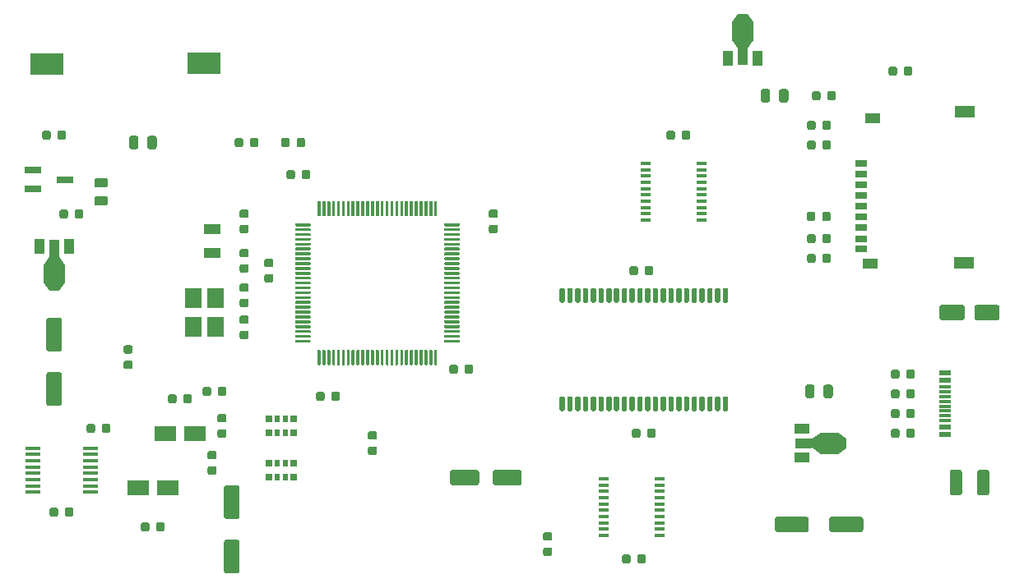
<source format=gbr>
%TF.GenerationSoftware,KiCad,Pcbnew,5.1.5-br-unknown-alt1.rc1*%
%TF.CreationDate,2025-11-25T07:27:36+07:00*%
%TF.ProjectId,ch32v307_100,63683332-7633-4303-975f-3130302e6b69,rev?*%
%TF.SameCoordinates,PX21e9a40PY1d11680*%
%TF.FileFunction,Paste,Top*%
%TF.FilePolarity,Positive*%
%FSLAX46Y46*%
G04 Gerber Fmt 4.6, Leading zero omitted, Abs format (unit mm)*
G04 Created by KiCad (PCBNEW 5.1.5-br-unknown-alt1.rc1) date 2025-11-25 07:27:36*
%MOMM*%
%LPD*%
G01*
G04 APERTURE LIST*
%ADD10R,1.500000X0.450000*%
%ADD11R,0.640000X0.700000*%
%ADD12R,0.500000X0.700000*%
%ADD13R,3.500000X2.250000*%
%ADD14R,2.200000X1.600000*%
%ADD15R,1.200000X0.700000*%
%ADD16R,1.500000X1.000000*%
%ADD17R,2.000000X1.300000*%
%ADD18R,1.160000X0.300000*%
%ADD19R,1.160000X0.600000*%
%ADD20R,1.000000X0.400000*%
%ADD21R,1.800000X1.000000*%
%ADD22R,1.800000X2.100000*%
%ADD23C,0.100000*%
%ADD24R,1.840000X2.200000*%
%ADD25R,2.200000X1.840000*%
%ADD26R,1.000000X1.500000*%
%ADD27R,1.000000X1.800000*%
%ADD28R,1.800000X0.800000*%
G04 APERTURE END LIST*
%TO.C,U3*%
G36*
G01*
X38007000Y-23285000D02*
X38007000Y-23135000D01*
G75*
G02*
X38082000Y-23060000I75000J0D01*
G01*
X39532000Y-23060000D01*
G75*
G02*
X39607000Y-23135000I0J-75000D01*
G01*
X39607000Y-23285000D01*
G75*
G02*
X39532000Y-23360000I-75000J0D01*
G01*
X38082000Y-23360000D01*
G75*
G02*
X38007000Y-23285000I0J75000D01*
G01*
G37*
G36*
G01*
X38007000Y-23785000D02*
X38007000Y-23635000D01*
G75*
G02*
X38082000Y-23560000I75000J0D01*
G01*
X39532000Y-23560000D01*
G75*
G02*
X39607000Y-23635000I0J-75000D01*
G01*
X39607000Y-23785000D01*
G75*
G02*
X39532000Y-23860000I-75000J0D01*
G01*
X38082000Y-23860000D01*
G75*
G02*
X38007000Y-23785000I0J75000D01*
G01*
G37*
G36*
G01*
X38007000Y-24285000D02*
X38007000Y-24135000D01*
G75*
G02*
X38082000Y-24060000I75000J0D01*
G01*
X39532000Y-24060000D01*
G75*
G02*
X39607000Y-24135000I0J-75000D01*
G01*
X39607000Y-24285000D01*
G75*
G02*
X39532000Y-24360000I-75000J0D01*
G01*
X38082000Y-24360000D01*
G75*
G02*
X38007000Y-24285000I0J75000D01*
G01*
G37*
G36*
G01*
X38007000Y-24785000D02*
X38007000Y-24635000D01*
G75*
G02*
X38082000Y-24560000I75000J0D01*
G01*
X39532000Y-24560000D01*
G75*
G02*
X39607000Y-24635000I0J-75000D01*
G01*
X39607000Y-24785000D01*
G75*
G02*
X39532000Y-24860000I-75000J0D01*
G01*
X38082000Y-24860000D01*
G75*
G02*
X38007000Y-24785000I0J75000D01*
G01*
G37*
G36*
G01*
X38007000Y-25285000D02*
X38007000Y-25135000D01*
G75*
G02*
X38082000Y-25060000I75000J0D01*
G01*
X39532000Y-25060000D01*
G75*
G02*
X39607000Y-25135000I0J-75000D01*
G01*
X39607000Y-25285000D01*
G75*
G02*
X39532000Y-25360000I-75000J0D01*
G01*
X38082000Y-25360000D01*
G75*
G02*
X38007000Y-25285000I0J75000D01*
G01*
G37*
G36*
G01*
X38007000Y-25785000D02*
X38007000Y-25635000D01*
G75*
G02*
X38082000Y-25560000I75000J0D01*
G01*
X39532000Y-25560000D01*
G75*
G02*
X39607000Y-25635000I0J-75000D01*
G01*
X39607000Y-25785000D01*
G75*
G02*
X39532000Y-25860000I-75000J0D01*
G01*
X38082000Y-25860000D01*
G75*
G02*
X38007000Y-25785000I0J75000D01*
G01*
G37*
G36*
G01*
X38007000Y-26285000D02*
X38007000Y-26135000D01*
G75*
G02*
X38082000Y-26060000I75000J0D01*
G01*
X39532000Y-26060000D01*
G75*
G02*
X39607000Y-26135000I0J-75000D01*
G01*
X39607000Y-26285000D01*
G75*
G02*
X39532000Y-26360000I-75000J0D01*
G01*
X38082000Y-26360000D01*
G75*
G02*
X38007000Y-26285000I0J75000D01*
G01*
G37*
G36*
G01*
X38007000Y-26785000D02*
X38007000Y-26635000D01*
G75*
G02*
X38082000Y-26560000I75000J0D01*
G01*
X39532000Y-26560000D01*
G75*
G02*
X39607000Y-26635000I0J-75000D01*
G01*
X39607000Y-26785000D01*
G75*
G02*
X39532000Y-26860000I-75000J0D01*
G01*
X38082000Y-26860000D01*
G75*
G02*
X38007000Y-26785000I0J75000D01*
G01*
G37*
G36*
G01*
X38007000Y-27285000D02*
X38007000Y-27135000D01*
G75*
G02*
X38082000Y-27060000I75000J0D01*
G01*
X39532000Y-27060000D01*
G75*
G02*
X39607000Y-27135000I0J-75000D01*
G01*
X39607000Y-27285000D01*
G75*
G02*
X39532000Y-27360000I-75000J0D01*
G01*
X38082000Y-27360000D01*
G75*
G02*
X38007000Y-27285000I0J75000D01*
G01*
G37*
G36*
G01*
X38007000Y-27785000D02*
X38007000Y-27635000D01*
G75*
G02*
X38082000Y-27560000I75000J0D01*
G01*
X39532000Y-27560000D01*
G75*
G02*
X39607000Y-27635000I0J-75000D01*
G01*
X39607000Y-27785000D01*
G75*
G02*
X39532000Y-27860000I-75000J0D01*
G01*
X38082000Y-27860000D01*
G75*
G02*
X38007000Y-27785000I0J75000D01*
G01*
G37*
G36*
G01*
X38007000Y-28285000D02*
X38007000Y-28135000D01*
G75*
G02*
X38082000Y-28060000I75000J0D01*
G01*
X39532000Y-28060000D01*
G75*
G02*
X39607000Y-28135000I0J-75000D01*
G01*
X39607000Y-28285000D01*
G75*
G02*
X39532000Y-28360000I-75000J0D01*
G01*
X38082000Y-28360000D01*
G75*
G02*
X38007000Y-28285000I0J75000D01*
G01*
G37*
G36*
G01*
X38007000Y-28785000D02*
X38007000Y-28635000D01*
G75*
G02*
X38082000Y-28560000I75000J0D01*
G01*
X39532000Y-28560000D01*
G75*
G02*
X39607000Y-28635000I0J-75000D01*
G01*
X39607000Y-28785000D01*
G75*
G02*
X39532000Y-28860000I-75000J0D01*
G01*
X38082000Y-28860000D01*
G75*
G02*
X38007000Y-28785000I0J75000D01*
G01*
G37*
G36*
G01*
X38007000Y-29285000D02*
X38007000Y-29135000D01*
G75*
G02*
X38082000Y-29060000I75000J0D01*
G01*
X39532000Y-29060000D01*
G75*
G02*
X39607000Y-29135000I0J-75000D01*
G01*
X39607000Y-29285000D01*
G75*
G02*
X39532000Y-29360000I-75000J0D01*
G01*
X38082000Y-29360000D01*
G75*
G02*
X38007000Y-29285000I0J75000D01*
G01*
G37*
G36*
G01*
X38007000Y-29785000D02*
X38007000Y-29635000D01*
G75*
G02*
X38082000Y-29560000I75000J0D01*
G01*
X39532000Y-29560000D01*
G75*
G02*
X39607000Y-29635000I0J-75000D01*
G01*
X39607000Y-29785000D01*
G75*
G02*
X39532000Y-29860000I-75000J0D01*
G01*
X38082000Y-29860000D01*
G75*
G02*
X38007000Y-29785000I0J75000D01*
G01*
G37*
G36*
G01*
X38007000Y-30285000D02*
X38007000Y-30135000D01*
G75*
G02*
X38082000Y-30060000I75000J0D01*
G01*
X39532000Y-30060000D01*
G75*
G02*
X39607000Y-30135000I0J-75000D01*
G01*
X39607000Y-30285000D01*
G75*
G02*
X39532000Y-30360000I-75000J0D01*
G01*
X38082000Y-30360000D01*
G75*
G02*
X38007000Y-30285000I0J75000D01*
G01*
G37*
G36*
G01*
X38007000Y-30785000D02*
X38007000Y-30635000D01*
G75*
G02*
X38082000Y-30560000I75000J0D01*
G01*
X39532000Y-30560000D01*
G75*
G02*
X39607000Y-30635000I0J-75000D01*
G01*
X39607000Y-30785000D01*
G75*
G02*
X39532000Y-30860000I-75000J0D01*
G01*
X38082000Y-30860000D01*
G75*
G02*
X38007000Y-30785000I0J75000D01*
G01*
G37*
G36*
G01*
X38007000Y-31285000D02*
X38007000Y-31135000D01*
G75*
G02*
X38082000Y-31060000I75000J0D01*
G01*
X39532000Y-31060000D01*
G75*
G02*
X39607000Y-31135000I0J-75000D01*
G01*
X39607000Y-31285000D01*
G75*
G02*
X39532000Y-31360000I-75000J0D01*
G01*
X38082000Y-31360000D01*
G75*
G02*
X38007000Y-31285000I0J75000D01*
G01*
G37*
G36*
G01*
X38007000Y-31785000D02*
X38007000Y-31635000D01*
G75*
G02*
X38082000Y-31560000I75000J0D01*
G01*
X39532000Y-31560000D01*
G75*
G02*
X39607000Y-31635000I0J-75000D01*
G01*
X39607000Y-31785000D01*
G75*
G02*
X39532000Y-31860000I-75000J0D01*
G01*
X38082000Y-31860000D01*
G75*
G02*
X38007000Y-31785000I0J75000D01*
G01*
G37*
G36*
G01*
X38007000Y-32285000D02*
X38007000Y-32135000D01*
G75*
G02*
X38082000Y-32060000I75000J0D01*
G01*
X39532000Y-32060000D01*
G75*
G02*
X39607000Y-32135000I0J-75000D01*
G01*
X39607000Y-32285000D01*
G75*
G02*
X39532000Y-32360000I-75000J0D01*
G01*
X38082000Y-32360000D01*
G75*
G02*
X38007000Y-32285000I0J75000D01*
G01*
G37*
G36*
G01*
X38007000Y-32785000D02*
X38007000Y-32635000D01*
G75*
G02*
X38082000Y-32560000I75000J0D01*
G01*
X39532000Y-32560000D01*
G75*
G02*
X39607000Y-32635000I0J-75000D01*
G01*
X39607000Y-32785000D01*
G75*
G02*
X39532000Y-32860000I-75000J0D01*
G01*
X38082000Y-32860000D01*
G75*
G02*
X38007000Y-32785000I0J75000D01*
G01*
G37*
G36*
G01*
X38007000Y-33285000D02*
X38007000Y-33135000D01*
G75*
G02*
X38082000Y-33060000I75000J0D01*
G01*
X39532000Y-33060000D01*
G75*
G02*
X39607000Y-33135000I0J-75000D01*
G01*
X39607000Y-33285000D01*
G75*
G02*
X39532000Y-33360000I-75000J0D01*
G01*
X38082000Y-33360000D01*
G75*
G02*
X38007000Y-33285000I0J75000D01*
G01*
G37*
G36*
G01*
X38007000Y-33785000D02*
X38007000Y-33635000D01*
G75*
G02*
X38082000Y-33560000I75000J0D01*
G01*
X39532000Y-33560000D01*
G75*
G02*
X39607000Y-33635000I0J-75000D01*
G01*
X39607000Y-33785000D01*
G75*
G02*
X39532000Y-33860000I-75000J0D01*
G01*
X38082000Y-33860000D01*
G75*
G02*
X38007000Y-33785000I0J75000D01*
G01*
G37*
G36*
G01*
X38007000Y-34285000D02*
X38007000Y-34135000D01*
G75*
G02*
X38082000Y-34060000I75000J0D01*
G01*
X39532000Y-34060000D01*
G75*
G02*
X39607000Y-34135000I0J-75000D01*
G01*
X39607000Y-34285000D01*
G75*
G02*
X39532000Y-34360000I-75000J0D01*
G01*
X38082000Y-34360000D01*
G75*
G02*
X38007000Y-34285000I0J75000D01*
G01*
G37*
G36*
G01*
X38007000Y-34785000D02*
X38007000Y-34635000D01*
G75*
G02*
X38082000Y-34560000I75000J0D01*
G01*
X39532000Y-34560000D01*
G75*
G02*
X39607000Y-34635000I0J-75000D01*
G01*
X39607000Y-34785000D01*
G75*
G02*
X39532000Y-34860000I-75000J0D01*
G01*
X38082000Y-34860000D01*
G75*
G02*
X38007000Y-34785000I0J75000D01*
G01*
G37*
G36*
G01*
X38007000Y-35285000D02*
X38007000Y-35135000D01*
G75*
G02*
X38082000Y-35060000I75000J0D01*
G01*
X39532000Y-35060000D01*
G75*
G02*
X39607000Y-35135000I0J-75000D01*
G01*
X39607000Y-35285000D01*
G75*
G02*
X39532000Y-35360000I-75000J0D01*
G01*
X38082000Y-35360000D01*
G75*
G02*
X38007000Y-35285000I0J75000D01*
G01*
G37*
G36*
G01*
X40332000Y-37610000D02*
X40332000Y-36160000D01*
G75*
G02*
X40407000Y-36085000I75000J0D01*
G01*
X40557000Y-36085000D01*
G75*
G02*
X40632000Y-36160000I0J-75000D01*
G01*
X40632000Y-37610000D01*
G75*
G02*
X40557000Y-37685000I-75000J0D01*
G01*
X40407000Y-37685000D01*
G75*
G02*
X40332000Y-37610000I0J75000D01*
G01*
G37*
G36*
G01*
X40832000Y-37610000D02*
X40832000Y-36160000D01*
G75*
G02*
X40907000Y-36085000I75000J0D01*
G01*
X41057000Y-36085000D01*
G75*
G02*
X41132000Y-36160000I0J-75000D01*
G01*
X41132000Y-37610000D01*
G75*
G02*
X41057000Y-37685000I-75000J0D01*
G01*
X40907000Y-37685000D01*
G75*
G02*
X40832000Y-37610000I0J75000D01*
G01*
G37*
G36*
G01*
X41332000Y-37610000D02*
X41332000Y-36160000D01*
G75*
G02*
X41407000Y-36085000I75000J0D01*
G01*
X41557000Y-36085000D01*
G75*
G02*
X41632000Y-36160000I0J-75000D01*
G01*
X41632000Y-37610000D01*
G75*
G02*
X41557000Y-37685000I-75000J0D01*
G01*
X41407000Y-37685000D01*
G75*
G02*
X41332000Y-37610000I0J75000D01*
G01*
G37*
G36*
G01*
X41832000Y-37610000D02*
X41832000Y-36160000D01*
G75*
G02*
X41907000Y-36085000I75000J0D01*
G01*
X42057000Y-36085000D01*
G75*
G02*
X42132000Y-36160000I0J-75000D01*
G01*
X42132000Y-37610000D01*
G75*
G02*
X42057000Y-37685000I-75000J0D01*
G01*
X41907000Y-37685000D01*
G75*
G02*
X41832000Y-37610000I0J75000D01*
G01*
G37*
G36*
G01*
X42332000Y-37610000D02*
X42332000Y-36160000D01*
G75*
G02*
X42407000Y-36085000I75000J0D01*
G01*
X42557000Y-36085000D01*
G75*
G02*
X42632000Y-36160000I0J-75000D01*
G01*
X42632000Y-37610000D01*
G75*
G02*
X42557000Y-37685000I-75000J0D01*
G01*
X42407000Y-37685000D01*
G75*
G02*
X42332000Y-37610000I0J75000D01*
G01*
G37*
G36*
G01*
X42832000Y-37610000D02*
X42832000Y-36160000D01*
G75*
G02*
X42907000Y-36085000I75000J0D01*
G01*
X43057000Y-36085000D01*
G75*
G02*
X43132000Y-36160000I0J-75000D01*
G01*
X43132000Y-37610000D01*
G75*
G02*
X43057000Y-37685000I-75000J0D01*
G01*
X42907000Y-37685000D01*
G75*
G02*
X42832000Y-37610000I0J75000D01*
G01*
G37*
G36*
G01*
X43332000Y-37610000D02*
X43332000Y-36160000D01*
G75*
G02*
X43407000Y-36085000I75000J0D01*
G01*
X43557000Y-36085000D01*
G75*
G02*
X43632000Y-36160000I0J-75000D01*
G01*
X43632000Y-37610000D01*
G75*
G02*
X43557000Y-37685000I-75000J0D01*
G01*
X43407000Y-37685000D01*
G75*
G02*
X43332000Y-37610000I0J75000D01*
G01*
G37*
G36*
G01*
X43832000Y-37610000D02*
X43832000Y-36160000D01*
G75*
G02*
X43907000Y-36085000I75000J0D01*
G01*
X44057000Y-36085000D01*
G75*
G02*
X44132000Y-36160000I0J-75000D01*
G01*
X44132000Y-37610000D01*
G75*
G02*
X44057000Y-37685000I-75000J0D01*
G01*
X43907000Y-37685000D01*
G75*
G02*
X43832000Y-37610000I0J75000D01*
G01*
G37*
G36*
G01*
X44332000Y-37610000D02*
X44332000Y-36160000D01*
G75*
G02*
X44407000Y-36085000I75000J0D01*
G01*
X44557000Y-36085000D01*
G75*
G02*
X44632000Y-36160000I0J-75000D01*
G01*
X44632000Y-37610000D01*
G75*
G02*
X44557000Y-37685000I-75000J0D01*
G01*
X44407000Y-37685000D01*
G75*
G02*
X44332000Y-37610000I0J75000D01*
G01*
G37*
G36*
G01*
X44832000Y-37610000D02*
X44832000Y-36160000D01*
G75*
G02*
X44907000Y-36085000I75000J0D01*
G01*
X45057000Y-36085000D01*
G75*
G02*
X45132000Y-36160000I0J-75000D01*
G01*
X45132000Y-37610000D01*
G75*
G02*
X45057000Y-37685000I-75000J0D01*
G01*
X44907000Y-37685000D01*
G75*
G02*
X44832000Y-37610000I0J75000D01*
G01*
G37*
G36*
G01*
X45332000Y-37610000D02*
X45332000Y-36160000D01*
G75*
G02*
X45407000Y-36085000I75000J0D01*
G01*
X45557000Y-36085000D01*
G75*
G02*
X45632000Y-36160000I0J-75000D01*
G01*
X45632000Y-37610000D01*
G75*
G02*
X45557000Y-37685000I-75000J0D01*
G01*
X45407000Y-37685000D01*
G75*
G02*
X45332000Y-37610000I0J75000D01*
G01*
G37*
G36*
G01*
X45832000Y-37610000D02*
X45832000Y-36160000D01*
G75*
G02*
X45907000Y-36085000I75000J0D01*
G01*
X46057000Y-36085000D01*
G75*
G02*
X46132000Y-36160000I0J-75000D01*
G01*
X46132000Y-37610000D01*
G75*
G02*
X46057000Y-37685000I-75000J0D01*
G01*
X45907000Y-37685000D01*
G75*
G02*
X45832000Y-37610000I0J75000D01*
G01*
G37*
G36*
G01*
X46332000Y-37610000D02*
X46332000Y-36160000D01*
G75*
G02*
X46407000Y-36085000I75000J0D01*
G01*
X46557000Y-36085000D01*
G75*
G02*
X46632000Y-36160000I0J-75000D01*
G01*
X46632000Y-37610000D01*
G75*
G02*
X46557000Y-37685000I-75000J0D01*
G01*
X46407000Y-37685000D01*
G75*
G02*
X46332000Y-37610000I0J75000D01*
G01*
G37*
G36*
G01*
X46832000Y-37610000D02*
X46832000Y-36160000D01*
G75*
G02*
X46907000Y-36085000I75000J0D01*
G01*
X47057000Y-36085000D01*
G75*
G02*
X47132000Y-36160000I0J-75000D01*
G01*
X47132000Y-37610000D01*
G75*
G02*
X47057000Y-37685000I-75000J0D01*
G01*
X46907000Y-37685000D01*
G75*
G02*
X46832000Y-37610000I0J75000D01*
G01*
G37*
G36*
G01*
X47332000Y-37610000D02*
X47332000Y-36160000D01*
G75*
G02*
X47407000Y-36085000I75000J0D01*
G01*
X47557000Y-36085000D01*
G75*
G02*
X47632000Y-36160000I0J-75000D01*
G01*
X47632000Y-37610000D01*
G75*
G02*
X47557000Y-37685000I-75000J0D01*
G01*
X47407000Y-37685000D01*
G75*
G02*
X47332000Y-37610000I0J75000D01*
G01*
G37*
G36*
G01*
X47832000Y-37610000D02*
X47832000Y-36160000D01*
G75*
G02*
X47907000Y-36085000I75000J0D01*
G01*
X48057000Y-36085000D01*
G75*
G02*
X48132000Y-36160000I0J-75000D01*
G01*
X48132000Y-37610000D01*
G75*
G02*
X48057000Y-37685000I-75000J0D01*
G01*
X47907000Y-37685000D01*
G75*
G02*
X47832000Y-37610000I0J75000D01*
G01*
G37*
G36*
G01*
X48332000Y-37610000D02*
X48332000Y-36160000D01*
G75*
G02*
X48407000Y-36085000I75000J0D01*
G01*
X48557000Y-36085000D01*
G75*
G02*
X48632000Y-36160000I0J-75000D01*
G01*
X48632000Y-37610000D01*
G75*
G02*
X48557000Y-37685000I-75000J0D01*
G01*
X48407000Y-37685000D01*
G75*
G02*
X48332000Y-37610000I0J75000D01*
G01*
G37*
G36*
G01*
X48832000Y-37610000D02*
X48832000Y-36160000D01*
G75*
G02*
X48907000Y-36085000I75000J0D01*
G01*
X49057000Y-36085000D01*
G75*
G02*
X49132000Y-36160000I0J-75000D01*
G01*
X49132000Y-37610000D01*
G75*
G02*
X49057000Y-37685000I-75000J0D01*
G01*
X48907000Y-37685000D01*
G75*
G02*
X48832000Y-37610000I0J75000D01*
G01*
G37*
G36*
G01*
X49332000Y-37610000D02*
X49332000Y-36160000D01*
G75*
G02*
X49407000Y-36085000I75000J0D01*
G01*
X49557000Y-36085000D01*
G75*
G02*
X49632000Y-36160000I0J-75000D01*
G01*
X49632000Y-37610000D01*
G75*
G02*
X49557000Y-37685000I-75000J0D01*
G01*
X49407000Y-37685000D01*
G75*
G02*
X49332000Y-37610000I0J75000D01*
G01*
G37*
G36*
G01*
X49832000Y-37610000D02*
X49832000Y-36160000D01*
G75*
G02*
X49907000Y-36085000I75000J0D01*
G01*
X50057000Y-36085000D01*
G75*
G02*
X50132000Y-36160000I0J-75000D01*
G01*
X50132000Y-37610000D01*
G75*
G02*
X50057000Y-37685000I-75000J0D01*
G01*
X49907000Y-37685000D01*
G75*
G02*
X49832000Y-37610000I0J75000D01*
G01*
G37*
G36*
G01*
X50332000Y-37610000D02*
X50332000Y-36160000D01*
G75*
G02*
X50407000Y-36085000I75000J0D01*
G01*
X50557000Y-36085000D01*
G75*
G02*
X50632000Y-36160000I0J-75000D01*
G01*
X50632000Y-37610000D01*
G75*
G02*
X50557000Y-37685000I-75000J0D01*
G01*
X50407000Y-37685000D01*
G75*
G02*
X50332000Y-37610000I0J75000D01*
G01*
G37*
G36*
G01*
X50832000Y-37610000D02*
X50832000Y-36160000D01*
G75*
G02*
X50907000Y-36085000I75000J0D01*
G01*
X51057000Y-36085000D01*
G75*
G02*
X51132000Y-36160000I0J-75000D01*
G01*
X51132000Y-37610000D01*
G75*
G02*
X51057000Y-37685000I-75000J0D01*
G01*
X50907000Y-37685000D01*
G75*
G02*
X50832000Y-37610000I0J75000D01*
G01*
G37*
G36*
G01*
X51332000Y-37610000D02*
X51332000Y-36160000D01*
G75*
G02*
X51407000Y-36085000I75000J0D01*
G01*
X51557000Y-36085000D01*
G75*
G02*
X51632000Y-36160000I0J-75000D01*
G01*
X51632000Y-37610000D01*
G75*
G02*
X51557000Y-37685000I-75000J0D01*
G01*
X51407000Y-37685000D01*
G75*
G02*
X51332000Y-37610000I0J75000D01*
G01*
G37*
G36*
G01*
X51832000Y-37610000D02*
X51832000Y-36160000D01*
G75*
G02*
X51907000Y-36085000I75000J0D01*
G01*
X52057000Y-36085000D01*
G75*
G02*
X52132000Y-36160000I0J-75000D01*
G01*
X52132000Y-37610000D01*
G75*
G02*
X52057000Y-37685000I-75000J0D01*
G01*
X51907000Y-37685000D01*
G75*
G02*
X51832000Y-37610000I0J75000D01*
G01*
G37*
G36*
G01*
X52332000Y-37610000D02*
X52332000Y-36160000D01*
G75*
G02*
X52407000Y-36085000I75000J0D01*
G01*
X52557000Y-36085000D01*
G75*
G02*
X52632000Y-36160000I0J-75000D01*
G01*
X52632000Y-37610000D01*
G75*
G02*
X52557000Y-37685000I-75000J0D01*
G01*
X52407000Y-37685000D01*
G75*
G02*
X52332000Y-37610000I0J75000D01*
G01*
G37*
G36*
G01*
X53357000Y-35285000D02*
X53357000Y-35135000D01*
G75*
G02*
X53432000Y-35060000I75000J0D01*
G01*
X54882000Y-35060000D01*
G75*
G02*
X54957000Y-35135000I0J-75000D01*
G01*
X54957000Y-35285000D01*
G75*
G02*
X54882000Y-35360000I-75000J0D01*
G01*
X53432000Y-35360000D01*
G75*
G02*
X53357000Y-35285000I0J75000D01*
G01*
G37*
G36*
G01*
X53357000Y-34785000D02*
X53357000Y-34635000D01*
G75*
G02*
X53432000Y-34560000I75000J0D01*
G01*
X54882000Y-34560000D01*
G75*
G02*
X54957000Y-34635000I0J-75000D01*
G01*
X54957000Y-34785000D01*
G75*
G02*
X54882000Y-34860000I-75000J0D01*
G01*
X53432000Y-34860000D01*
G75*
G02*
X53357000Y-34785000I0J75000D01*
G01*
G37*
G36*
G01*
X53357000Y-34285000D02*
X53357000Y-34135000D01*
G75*
G02*
X53432000Y-34060000I75000J0D01*
G01*
X54882000Y-34060000D01*
G75*
G02*
X54957000Y-34135000I0J-75000D01*
G01*
X54957000Y-34285000D01*
G75*
G02*
X54882000Y-34360000I-75000J0D01*
G01*
X53432000Y-34360000D01*
G75*
G02*
X53357000Y-34285000I0J75000D01*
G01*
G37*
G36*
G01*
X53357000Y-33785000D02*
X53357000Y-33635000D01*
G75*
G02*
X53432000Y-33560000I75000J0D01*
G01*
X54882000Y-33560000D01*
G75*
G02*
X54957000Y-33635000I0J-75000D01*
G01*
X54957000Y-33785000D01*
G75*
G02*
X54882000Y-33860000I-75000J0D01*
G01*
X53432000Y-33860000D01*
G75*
G02*
X53357000Y-33785000I0J75000D01*
G01*
G37*
G36*
G01*
X53357000Y-33285000D02*
X53357000Y-33135000D01*
G75*
G02*
X53432000Y-33060000I75000J0D01*
G01*
X54882000Y-33060000D01*
G75*
G02*
X54957000Y-33135000I0J-75000D01*
G01*
X54957000Y-33285000D01*
G75*
G02*
X54882000Y-33360000I-75000J0D01*
G01*
X53432000Y-33360000D01*
G75*
G02*
X53357000Y-33285000I0J75000D01*
G01*
G37*
G36*
G01*
X53357000Y-32785000D02*
X53357000Y-32635000D01*
G75*
G02*
X53432000Y-32560000I75000J0D01*
G01*
X54882000Y-32560000D01*
G75*
G02*
X54957000Y-32635000I0J-75000D01*
G01*
X54957000Y-32785000D01*
G75*
G02*
X54882000Y-32860000I-75000J0D01*
G01*
X53432000Y-32860000D01*
G75*
G02*
X53357000Y-32785000I0J75000D01*
G01*
G37*
G36*
G01*
X53357000Y-32285000D02*
X53357000Y-32135000D01*
G75*
G02*
X53432000Y-32060000I75000J0D01*
G01*
X54882000Y-32060000D01*
G75*
G02*
X54957000Y-32135000I0J-75000D01*
G01*
X54957000Y-32285000D01*
G75*
G02*
X54882000Y-32360000I-75000J0D01*
G01*
X53432000Y-32360000D01*
G75*
G02*
X53357000Y-32285000I0J75000D01*
G01*
G37*
G36*
G01*
X53357000Y-31785000D02*
X53357000Y-31635000D01*
G75*
G02*
X53432000Y-31560000I75000J0D01*
G01*
X54882000Y-31560000D01*
G75*
G02*
X54957000Y-31635000I0J-75000D01*
G01*
X54957000Y-31785000D01*
G75*
G02*
X54882000Y-31860000I-75000J0D01*
G01*
X53432000Y-31860000D01*
G75*
G02*
X53357000Y-31785000I0J75000D01*
G01*
G37*
G36*
G01*
X53357000Y-31285000D02*
X53357000Y-31135000D01*
G75*
G02*
X53432000Y-31060000I75000J0D01*
G01*
X54882000Y-31060000D01*
G75*
G02*
X54957000Y-31135000I0J-75000D01*
G01*
X54957000Y-31285000D01*
G75*
G02*
X54882000Y-31360000I-75000J0D01*
G01*
X53432000Y-31360000D01*
G75*
G02*
X53357000Y-31285000I0J75000D01*
G01*
G37*
G36*
G01*
X53357000Y-30785000D02*
X53357000Y-30635000D01*
G75*
G02*
X53432000Y-30560000I75000J0D01*
G01*
X54882000Y-30560000D01*
G75*
G02*
X54957000Y-30635000I0J-75000D01*
G01*
X54957000Y-30785000D01*
G75*
G02*
X54882000Y-30860000I-75000J0D01*
G01*
X53432000Y-30860000D01*
G75*
G02*
X53357000Y-30785000I0J75000D01*
G01*
G37*
G36*
G01*
X53357000Y-30285000D02*
X53357000Y-30135000D01*
G75*
G02*
X53432000Y-30060000I75000J0D01*
G01*
X54882000Y-30060000D01*
G75*
G02*
X54957000Y-30135000I0J-75000D01*
G01*
X54957000Y-30285000D01*
G75*
G02*
X54882000Y-30360000I-75000J0D01*
G01*
X53432000Y-30360000D01*
G75*
G02*
X53357000Y-30285000I0J75000D01*
G01*
G37*
G36*
G01*
X53357000Y-29785000D02*
X53357000Y-29635000D01*
G75*
G02*
X53432000Y-29560000I75000J0D01*
G01*
X54882000Y-29560000D01*
G75*
G02*
X54957000Y-29635000I0J-75000D01*
G01*
X54957000Y-29785000D01*
G75*
G02*
X54882000Y-29860000I-75000J0D01*
G01*
X53432000Y-29860000D01*
G75*
G02*
X53357000Y-29785000I0J75000D01*
G01*
G37*
G36*
G01*
X53357000Y-29285000D02*
X53357000Y-29135000D01*
G75*
G02*
X53432000Y-29060000I75000J0D01*
G01*
X54882000Y-29060000D01*
G75*
G02*
X54957000Y-29135000I0J-75000D01*
G01*
X54957000Y-29285000D01*
G75*
G02*
X54882000Y-29360000I-75000J0D01*
G01*
X53432000Y-29360000D01*
G75*
G02*
X53357000Y-29285000I0J75000D01*
G01*
G37*
G36*
G01*
X53357000Y-28785000D02*
X53357000Y-28635000D01*
G75*
G02*
X53432000Y-28560000I75000J0D01*
G01*
X54882000Y-28560000D01*
G75*
G02*
X54957000Y-28635000I0J-75000D01*
G01*
X54957000Y-28785000D01*
G75*
G02*
X54882000Y-28860000I-75000J0D01*
G01*
X53432000Y-28860000D01*
G75*
G02*
X53357000Y-28785000I0J75000D01*
G01*
G37*
G36*
G01*
X53357000Y-28285000D02*
X53357000Y-28135000D01*
G75*
G02*
X53432000Y-28060000I75000J0D01*
G01*
X54882000Y-28060000D01*
G75*
G02*
X54957000Y-28135000I0J-75000D01*
G01*
X54957000Y-28285000D01*
G75*
G02*
X54882000Y-28360000I-75000J0D01*
G01*
X53432000Y-28360000D01*
G75*
G02*
X53357000Y-28285000I0J75000D01*
G01*
G37*
G36*
G01*
X53357000Y-27785000D02*
X53357000Y-27635000D01*
G75*
G02*
X53432000Y-27560000I75000J0D01*
G01*
X54882000Y-27560000D01*
G75*
G02*
X54957000Y-27635000I0J-75000D01*
G01*
X54957000Y-27785000D01*
G75*
G02*
X54882000Y-27860000I-75000J0D01*
G01*
X53432000Y-27860000D01*
G75*
G02*
X53357000Y-27785000I0J75000D01*
G01*
G37*
G36*
G01*
X53357000Y-27285000D02*
X53357000Y-27135000D01*
G75*
G02*
X53432000Y-27060000I75000J0D01*
G01*
X54882000Y-27060000D01*
G75*
G02*
X54957000Y-27135000I0J-75000D01*
G01*
X54957000Y-27285000D01*
G75*
G02*
X54882000Y-27360000I-75000J0D01*
G01*
X53432000Y-27360000D01*
G75*
G02*
X53357000Y-27285000I0J75000D01*
G01*
G37*
G36*
G01*
X53357000Y-26785000D02*
X53357000Y-26635000D01*
G75*
G02*
X53432000Y-26560000I75000J0D01*
G01*
X54882000Y-26560000D01*
G75*
G02*
X54957000Y-26635000I0J-75000D01*
G01*
X54957000Y-26785000D01*
G75*
G02*
X54882000Y-26860000I-75000J0D01*
G01*
X53432000Y-26860000D01*
G75*
G02*
X53357000Y-26785000I0J75000D01*
G01*
G37*
G36*
G01*
X53357000Y-26285000D02*
X53357000Y-26135000D01*
G75*
G02*
X53432000Y-26060000I75000J0D01*
G01*
X54882000Y-26060000D01*
G75*
G02*
X54957000Y-26135000I0J-75000D01*
G01*
X54957000Y-26285000D01*
G75*
G02*
X54882000Y-26360000I-75000J0D01*
G01*
X53432000Y-26360000D01*
G75*
G02*
X53357000Y-26285000I0J75000D01*
G01*
G37*
G36*
G01*
X53357000Y-25785000D02*
X53357000Y-25635000D01*
G75*
G02*
X53432000Y-25560000I75000J0D01*
G01*
X54882000Y-25560000D01*
G75*
G02*
X54957000Y-25635000I0J-75000D01*
G01*
X54957000Y-25785000D01*
G75*
G02*
X54882000Y-25860000I-75000J0D01*
G01*
X53432000Y-25860000D01*
G75*
G02*
X53357000Y-25785000I0J75000D01*
G01*
G37*
G36*
G01*
X53357000Y-25285000D02*
X53357000Y-25135000D01*
G75*
G02*
X53432000Y-25060000I75000J0D01*
G01*
X54882000Y-25060000D01*
G75*
G02*
X54957000Y-25135000I0J-75000D01*
G01*
X54957000Y-25285000D01*
G75*
G02*
X54882000Y-25360000I-75000J0D01*
G01*
X53432000Y-25360000D01*
G75*
G02*
X53357000Y-25285000I0J75000D01*
G01*
G37*
G36*
G01*
X53357000Y-24785000D02*
X53357000Y-24635000D01*
G75*
G02*
X53432000Y-24560000I75000J0D01*
G01*
X54882000Y-24560000D01*
G75*
G02*
X54957000Y-24635000I0J-75000D01*
G01*
X54957000Y-24785000D01*
G75*
G02*
X54882000Y-24860000I-75000J0D01*
G01*
X53432000Y-24860000D01*
G75*
G02*
X53357000Y-24785000I0J75000D01*
G01*
G37*
G36*
G01*
X53357000Y-24285000D02*
X53357000Y-24135000D01*
G75*
G02*
X53432000Y-24060000I75000J0D01*
G01*
X54882000Y-24060000D01*
G75*
G02*
X54957000Y-24135000I0J-75000D01*
G01*
X54957000Y-24285000D01*
G75*
G02*
X54882000Y-24360000I-75000J0D01*
G01*
X53432000Y-24360000D01*
G75*
G02*
X53357000Y-24285000I0J75000D01*
G01*
G37*
G36*
G01*
X53357000Y-23785000D02*
X53357000Y-23635000D01*
G75*
G02*
X53432000Y-23560000I75000J0D01*
G01*
X54882000Y-23560000D01*
G75*
G02*
X54957000Y-23635000I0J-75000D01*
G01*
X54957000Y-23785000D01*
G75*
G02*
X54882000Y-23860000I-75000J0D01*
G01*
X53432000Y-23860000D01*
G75*
G02*
X53357000Y-23785000I0J75000D01*
G01*
G37*
G36*
G01*
X53357000Y-23285000D02*
X53357000Y-23135000D01*
G75*
G02*
X53432000Y-23060000I75000J0D01*
G01*
X54882000Y-23060000D01*
G75*
G02*
X54957000Y-23135000I0J-75000D01*
G01*
X54957000Y-23285000D01*
G75*
G02*
X54882000Y-23360000I-75000J0D01*
G01*
X53432000Y-23360000D01*
G75*
G02*
X53357000Y-23285000I0J75000D01*
G01*
G37*
G36*
G01*
X52332000Y-22260000D02*
X52332000Y-20810000D01*
G75*
G02*
X52407000Y-20735000I75000J0D01*
G01*
X52557000Y-20735000D01*
G75*
G02*
X52632000Y-20810000I0J-75000D01*
G01*
X52632000Y-22260000D01*
G75*
G02*
X52557000Y-22335000I-75000J0D01*
G01*
X52407000Y-22335000D01*
G75*
G02*
X52332000Y-22260000I0J75000D01*
G01*
G37*
G36*
G01*
X51832000Y-22260000D02*
X51832000Y-20810000D01*
G75*
G02*
X51907000Y-20735000I75000J0D01*
G01*
X52057000Y-20735000D01*
G75*
G02*
X52132000Y-20810000I0J-75000D01*
G01*
X52132000Y-22260000D01*
G75*
G02*
X52057000Y-22335000I-75000J0D01*
G01*
X51907000Y-22335000D01*
G75*
G02*
X51832000Y-22260000I0J75000D01*
G01*
G37*
G36*
G01*
X51332000Y-22260000D02*
X51332000Y-20810000D01*
G75*
G02*
X51407000Y-20735000I75000J0D01*
G01*
X51557000Y-20735000D01*
G75*
G02*
X51632000Y-20810000I0J-75000D01*
G01*
X51632000Y-22260000D01*
G75*
G02*
X51557000Y-22335000I-75000J0D01*
G01*
X51407000Y-22335000D01*
G75*
G02*
X51332000Y-22260000I0J75000D01*
G01*
G37*
G36*
G01*
X50832000Y-22260000D02*
X50832000Y-20810000D01*
G75*
G02*
X50907000Y-20735000I75000J0D01*
G01*
X51057000Y-20735000D01*
G75*
G02*
X51132000Y-20810000I0J-75000D01*
G01*
X51132000Y-22260000D01*
G75*
G02*
X51057000Y-22335000I-75000J0D01*
G01*
X50907000Y-22335000D01*
G75*
G02*
X50832000Y-22260000I0J75000D01*
G01*
G37*
G36*
G01*
X50332000Y-22260000D02*
X50332000Y-20810000D01*
G75*
G02*
X50407000Y-20735000I75000J0D01*
G01*
X50557000Y-20735000D01*
G75*
G02*
X50632000Y-20810000I0J-75000D01*
G01*
X50632000Y-22260000D01*
G75*
G02*
X50557000Y-22335000I-75000J0D01*
G01*
X50407000Y-22335000D01*
G75*
G02*
X50332000Y-22260000I0J75000D01*
G01*
G37*
G36*
G01*
X49832000Y-22260000D02*
X49832000Y-20810000D01*
G75*
G02*
X49907000Y-20735000I75000J0D01*
G01*
X50057000Y-20735000D01*
G75*
G02*
X50132000Y-20810000I0J-75000D01*
G01*
X50132000Y-22260000D01*
G75*
G02*
X50057000Y-22335000I-75000J0D01*
G01*
X49907000Y-22335000D01*
G75*
G02*
X49832000Y-22260000I0J75000D01*
G01*
G37*
G36*
G01*
X49332000Y-22260000D02*
X49332000Y-20810000D01*
G75*
G02*
X49407000Y-20735000I75000J0D01*
G01*
X49557000Y-20735000D01*
G75*
G02*
X49632000Y-20810000I0J-75000D01*
G01*
X49632000Y-22260000D01*
G75*
G02*
X49557000Y-22335000I-75000J0D01*
G01*
X49407000Y-22335000D01*
G75*
G02*
X49332000Y-22260000I0J75000D01*
G01*
G37*
G36*
G01*
X48832000Y-22260000D02*
X48832000Y-20810000D01*
G75*
G02*
X48907000Y-20735000I75000J0D01*
G01*
X49057000Y-20735000D01*
G75*
G02*
X49132000Y-20810000I0J-75000D01*
G01*
X49132000Y-22260000D01*
G75*
G02*
X49057000Y-22335000I-75000J0D01*
G01*
X48907000Y-22335000D01*
G75*
G02*
X48832000Y-22260000I0J75000D01*
G01*
G37*
G36*
G01*
X48332000Y-22260000D02*
X48332000Y-20810000D01*
G75*
G02*
X48407000Y-20735000I75000J0D01*
G01*
X48557000Y-20735000D01*
G75*
G02*
X48632000Y-20810000I0J-75000D01*
G01*
X48632000Y-22260000D01*
G75*
G02*
X48557000Y-22335000I-75000J0D01*
G01*
X48407000Y-22335000D01*
G75*
G02*
X48332000Y-22260000I0J75000D01*
G01*
G37*
G36*
G01*
X47832000Y-22260000D02*
X47832000Y-20810000D01*
G75*
G02*
X47907000Y-20735000I75000J0D01*
G01*
X48057000Y-20735000D01*
G75*
G02*
X48132000Y-20810000I0J-75000D01*
G01*
X48132000Y-22260000D01*
G75*
G02*
X48057000Y-22335000I-75000J0D01*
G01*
X47907000Y-22335000D01*
G75*
G02*
X47832000Y-22260000I0J75000D01*
G01*
G37*
G36*
G01*
X47332000Y-22260000D02*
X47332000Y-20810000D01*
G75*
G02*
X47407000Y-20735000I75000J0D01*
G01*
X47557000Y-20735000D01*
G75*
G02*
X47632000Y-20810000I0J-75000D01*
G01*
X47632000Y-22260000D01*
G75*
G02*
X47557000Y-22335000I-75000J0D01*
G01*
X47407000Y-22335000D01*
G75*
G02*
X47332000Y-22260000I0J75000D01*
G01*
G37*
G36*
G01*
X46832000Y-22260000D02*
X46832000Y-20810000D01*
G75*
G02*
X46907000Y-20735000I75000J0D01*
G01*
X47057000Y-20735000D01*
G75*
G02*
X47132000Y-20810000I0J-75000D01*
G01*
X47132000Y-22260000D01*
G75*
G02*
X47057000Y-22335000I-75000J0D01*
G01*
X46907000Y-22335000D01*
G75*
G02*
X46832000Y-22260000I0J75000D01*
G01*
G37*
G36*
G01*
X46332000Y-22260000D02*
X46332000Y-20810000D01*
G75*
G02*
X46407000Y-20735000I75000J0D01*
G01*
X46557000Y-20735000D01*
G75*
G02*
X46632000Y-20810000I0J-75000D01*
G01*
X46632000Y-22260000D01*
G75*
G02*
X46557000Y-22335000I-75000J0D01*
G01*
X46407000Y-22335000D01*
G75*
G02*
X46332000Y-22260000I0J75000D01*
G01*
G37*
G36*
G01*
X45832000Y-22260000D02*
X45832000Y-20810000D01*
G75*
G02*
X45907000Y-20735000I75000J0D01*
G01*
X46057000Y-20735000D01*
G75*
G02*
X46132000Y-20810000I0J-75000D01*
G01*
X46132000Y-22260000D01*
G75*
G02*
X46057000Y-22335000I-75000J0D01*
G01*
X45907000Y-22335000D01*
G75*
G02*
X45832000Y-22260000I0J75000D01*
G01*
G37*
G36*
G01*
X45332000Y-22260000D02*
X45332000Y-20810000D01*
G75*
G02*
X45407000Y-20735000I75000J0D01*
G01*
X45557000Y-20735000D01*
G75*
G02*
X45632000Y-20810000I0J-75000D01*
G01*
X45632000Y-22260000D01*
G75*
G02*
X45557000Y-22335000I-75000J0D01*
G01*
X45407000Y-22335000D01*
G75*
G02*
X45332000Y-22260000I0J75000D01*
G01*
G37*
G36*
G01*
X44832000Y-22260000D02*
X44832000Y-20810000D01*
G75*
G02*
X44907000Y-20735000I75000J0D01*
G01*
X45057000Y-20735000D01*
G75*
G02*
X45132000Y-20810000I0J-75000D01*
G01*
X45132000Y-22260000D01*
G75*
G02*
X45057000Y-22335000I-75000J0D01*
G01*
X44907000Y-22335000D01*
G75*
G02*
X44832000Y-22260000I0J75000D01*
G01*
G37*
G36*
G01*
X44332000Y-22260000D02*
X44332000Y-20810000D01*
G75*
G02*
X44407000Y-20735000I75000J0D01*
G01*
X44557000Y-20735000D01*
G75*
G02*
X44632000Y-20810000I0J-75000D01*
G01*
X44632000Y-22260000D01*
G75*
G02*
X44557000Y-22335000I-75000J0D01*
G01*
X44407000Y-22335000D01*
G75*
G02*
X44332000Y-22260000I0J75000D01*
G01*
G37*
G36*
G01*
X43832000Y-22260000D02*
X43832000Y-20810000D01*
G75*
G02*
X43907000Y-20735000I75000J0D01*
G01*
X44057000Y-20735000D01*
G75*
G02*
X44132000Y-20810000I0J-75000D01*
G01*
X44132000Y-22260000D01*
G75*
G02*
X44057000Y-22335000I-75000J0D01*
G01*
X43907000Y-22335000D01*
G75*
G02*
X43832000Y-22260000I0J75000D01*
G01*
G37*
G36*
G01*
X43332000Y-22260000D02*
X43332000Y-20810000D01*
G75*
G02*
X43407000Y-20735000I75000J0D01*
G01*
X43557000Y-20735000D01*
G75*
G02*
X43632000Y-20810000I0J-75000D01*
G01*
X43632000Y-22260000D01*
G75*
G02*
X43557000Y-22335000I-75000J0D01*
G01*
X43407000Y-22335000D01*
G75*
G02*
X43332000Y-22260000I0J75000D01*
G01*
G37*
G36*
G01*
X42832000Y-22260000D02*
X42832000Y-20810000D01*
G75*
G02*
X42907000Y-20735000I75000J0D01*
G01*
X43057000Y-20735000D01*
G75*
G02*
X43132000Y-20810000I0J-75000D01*
G01*
X43132000Y-22260000D01*
G75*
G02*
X43057000Y-22335000I-75000J0D01*
G01*
X42907000Y-22335000D01*
G75*
G02*
X42832000Y-22260000I0J75000D01*
G01*
G37*
G36*
G01*
X42332000Y-22260000D02*
X42332000Y-20810000D01*
G75*
G02*
X42407000Y-20735000I75000J0D01*
G01*
X42557000Y-20735000D01*
G75*
G02*
X42632000Y-20810000I0J-75000D01*
G01*
X42632000Y-22260000D01*
G75*
G02*
X42557000Y-22335000I-75000J0D01*
G01*
X42407000Y-22335000D01*
G75*
G02*
X42332000Y-22260000I0J75000D01*
G01*
G37*
G36*
G01*
X41832000Y-22260000D02*
X41832000Y-20810000D01*
G75*
G02*
X41907000Y-20735000I75000J0D01*
G01*
X42057000Y-20735000D01*
G75*
G02*
X42132000Y-20810000I0J-75000D01*
G01*
X42132000Y-22260000D01*
G75*
G02*
X42057000Y-22335000I-75000J0D01*
G01*
X41907000Y-22335000D01*
G75*
G02*
X41832000Y-22260000I0J75000D01*
G01*
G37*
G36*
G01*
X41332000Y-22260000D02*
X41332000Y-20810000D01*
G75*
G02*
X41407000Y-20735000I75000J0D01*
G01*
X41557000Y-20735000D01*
G75*
G02*
X41632000Y-20810000I0J-75000D01*
G01*
X41632000Y-22260000D01*
G75*
G02*
X41557000Y-22335000I-75000J0D01*
G01*
X41407000Y-22335000D01*
G75*
G02*
X41332000Y-22260000I0J75000D01*
G01*
G37*
G36*
G01*
X40832000Y-22260000D02*
X40832000Y-20810000D01*
G75*
G02*
X40907000Y-20735000I75000J0D01*
G01*
X41057000Y-20735000D01*
G75*
G02*
X41132000Y-20810000I0J-75000D01*
G01*
X41132000Y-22260000D01*
G75*
G02*
X41057000Y-22335000I-75000J0D01*
G01*
X40907000Y-22335000D01*
G75*
G02*
X40832000Y-22260000I0J75000D01*
G01*
G37*
G36*
G01*
X40332000Y-22260000D02*
X40332000Y-20810000D01*
G75*
G02*
X40407000Y-20735000I75000J0D01*
G01*
X40557000Y-20735000D01*
G75*
G02*
X40632000Y-20810000I0J-75000D01*
G01*
X40632000Y-22260000D01*
G75*
G02*
X40557000Y-22335000I-75000J0D01*
G01*
X40407000Y-22335000D01*
G75*
G02*
X40332000Y-22260000I0J75000D01*
G01*
G37*
%TD*%
%TO.C,U7*%
G36*
G01*
X82176500Y-29718000D02*
X82451500Y-29718000D01*
G75*
G02*
X82589000Y-29855500I0J-137500D01*
G01*
X82589000Y-31105500D01*
G75*
G02*
X82451500Y-31243000I-137500J0D01*
G01*
X82176500Y-31243000D01*
G75*
G02*
X82039000Y-31105500I0J137500D01*
G01*
X82039000Y-29855500D01*
G75*
G02*
X82176500Y-29718000I137500J0D01*
G01*
G37*
G36*
G01*
X81376500Y-29718000D02*
X81651500Y-29718000D01*
G75*
G02*
X81789000Y-29855500I0J-137500D01*
G01*
X81789000Y-31105500D01*
G75*
G02*
X81651500Y-31243000I-137500J0D01*
G01*
X81376500Y-31243000D01*
G75*
G02*
X81239000Y-31105500I0J137500D01*
G01*
X81239000Y-29855500D01*
G75*
G02*
X81376500Y-29718000I137500J0D01*
G01*
G37*
G36*
G01*
X80576500Y-29718000D02*
X80851500Y-29718000D01*
G75*
G02*
X80989000Y-29855500I0J-137500D01*
G01*
X80989000Y-31105500D01*
G75*
G02*
X80851500Y-31243000I-137500J0D01*
G01*
X80576500Y-31243000D01*
G75*
G02*
X80439000Y-31105500I0J137500D01*
G01*
X80439000Y-29855500D01*
G75*
G02*
X80576500Y-29718000I137500J0D01*
G01*
G37*
G36*
G01*
X79776500Y-29718000D02*
X80051500Y-29718000D01*
G75*
G02*
X80189000Y-29855500I0J-137500D01*
G01*
X80189000Y-31105500D01*
G75*
G02*
X80051500Y-31243000I-137500J0D01*
G01*
X79776500Y-31243000D01*
G75*
G02*
X79639000Y-31105500I0J137500D01*
G01*
X79639000Y-29855500D01*
G75*
G02*
X79776500Y-29718000I137500J0D01*
G01*
G37*
G36*
G01*
X78976500Y-29718000D02*
X79251500Y-29718000D01*
G75*
G02*
X79389000Y-29855500I0J-137500D01*
G01*
X79389000Y-31105500D01*
G75*
G02*
X79251500Y-31243000I-137500J0D01*
G01*
X78976500Y-31243000D01*
G75*
G02*
X78839000Y-31105500I0J137500D01*
G01*
X78839000Y-29855500D01*
G75*
G02*
X78976500Y-29718000I137500J0D01*
G01*
G37*
G36*
G01*
X78176500Y-29718000D02*
X78451500Y-29718000D01*
G75*
G02*
X78589000Y-29855500I0J-137500D01*
G01*
X78589000Y-31105500D01*
G75*
G02*
X78451500Y-31243000I-137500J0D01*
G01*
X78176500Y-31243000D01*
G75*
G02*
X78039000Y-31105500I0J137500D01*
G01*
X78039000Y-29855500D01*
G75*
G02*
X78176500Y-29718000I137500J0D01*
G01*
G37*
G36*
G01*
X77376500Y-29718000D02*
X77651500Y-29718000D01*
G75*
G02*
X77789000Y-29855500I0J-137500D01*
G01*
X77789000Y-31105500D01*
G75*
G02*
X77651500Y-31243000I-137500J0D01*
G01*
X77376500Y-31243000D01*
G75*
G02*
X77239000Y-31105500I0J137500D01*
G01*
X77239000Y-29855500D01*
G75*
G02*
X77376500Y-29718000I137500J0D01*
G01*
G37*
G36*
G01*
X76576500Y-29718000D02*
X76851500Y-29718000D01*
G75*
G02*
X76989000Y-29855500I0J-137500D01*
G01*
X76989000Y-31105500D01*
G75*
G02*
X76851500Y-31243000I-137500J0D01*
G01*
X76576500Y-31243000D01*
G75*
G02*
X76439000Y-31105500I0J137500D01*
G01*
X76439000Y-29855500D01*
G75*
G02*
X76576500Y-29718000I137500J0D01*
G01*
G37*
G36*
G01*
X75776500Y-29718000D02*
X76051500Y-29718000D01*
G75*
G02*
X76189000Y-29855500I0J-137500D01*
G01*
X76189000Y-31105500D01*
G75*
G02*
X76051500Y-31243000I-137500J0D01*
G01*
X75776500Y-31243000D01*
G75*
G02*
X75639000Y-31105500I0J137500D01*
G01*
X75639000Y-29855500D01*
G75*
G02*
X75776500Y-29718000I137500J0D01*
G01*
G37*
G36*
G01*
X74976500Y-29718000D02*
X75251500Y-29718000D01*
G75*
G02*
X75389000Y-29855500I0J-137500D01*
G01*
X75389000Y-31105500D01*
G75*
G02*
X75251500Y-31243000I-137500J0D01*
G01*
X74976500Y-31243000D01*
G75*
G02*
X74839000Y-31105500I0J137500D01*
G01*
X74839000Y-29855500D01*
G75*
G02*
X74976500Y-29718000I137500J0D01*
G01*
G37*
G36*
G01*
X74176500Y-29718000D02*
X74451500Y-29718000D01*
G75*
G02*
X74589000Y-29855500I0J-137500D01*
G01*
X74589000Y-31105500D01*
G75*
G02*
X74451500Y-31243000I-137500J0D01*
G01*
X74176500Y-31243000D01*
G75*
G02*
X74039000Y-31105500I0J137500D01*
G01*
X74039000Y-29855500D01*
G75*
G02*
X74176500Y-29718000I137500J0D01*
G01*
G37*
G36*
G01*
X73376500Y-29718000D02*
X73651500Y-29718000D01*
G75*
G02*
X73789000Y-29855500I0J-137500D01*
G01*
X73789000Y-31105500D01*
G75*
G02*
X73651500Y-31243000I-137500J0D01*
G01*
X73376500Y-31243000D01*
G75*
G02*
X73239000Y-31105500I0J137500D01*
G01*
X73239000Y-29855500D01*
G75*
G02*
X73376500Y-29718000I137500J0D01*
G01*
G37*
G36*
G01*
X72576500Y-29718000D02*
X72851500Y-29718000D01*
G75*
G02*
X72989000Y-29855500I0J-137500D01*
G01*
X72989000Y-31105500D01*
G75*
G02*
X72851500Y-31243000I-137500J0D01*
G01*
X72576500Y-31243000D01*
G75*
G02*
X72439000Y-31105500I0J137500D01*
G01*
X72439000Y-29855500D01*
G75*
G02*
X72576500Y-29718000I137500J0D01*
G01*
G37*
G36*
G01*
X71776500Y-29718000D02*
X72051500Y-29718000D01*
G75*
G02*
X72189000Y-29855500I0J-137500D01*
G01*
X72189000Y-31105500D01*
G75*
G02*
X72051500Y-31243000I-137500J0D01*
G01*
X71776500Y-31243000D01*
G75*
G02*
X71639000Y-31105500I0J137500D01*
G01*
X71639000Y-29855500D01*
G75*
G02*
X71776500Y-29718000I137500J0D01*
G01*
G37*
G36*
G01*
X70976500Y-29718000D02*
X71251500Y-29718000D01*
G75*
G02*
X71389000Y-29855500I0J-137500D01*
G01*
X71389000Y-31105500D01*
G75*
G02*
X71251500Y-31243000I-137500J0D01*
G01*
X70976500Y-31243000D01*
G75*
G02*
X70839000Y-31105500I0J137500D01*
G01*
X70839000Y-29855500D01*
G75*
G02*
X70976500Y-29718000I137500J0D01*
G01*
G37*
G36*
G01*
X70176500Y-29718000D02*
X70451500Y-29718000D01*
G75*
G02*
X70589000Y-29855500I0J-137500D01*
G01*
X70589000Y-31105500D01*
G75*
G02*
X70451500Y-31243000I-137500J0D01*
G01*
X70176500Y-31243000D01*
G75*
G02*
X70039000Y-31105500I0J137500D01*
G01*
X70039000Y-29855500D01*
G75*
G02*
X70176500Y-29718000I137500J0D01*
G01*
G37*
G36*
G01*
X69376500Y-29718000D02*
X69651500Y-29718000D01*
G75*
G02*
X69789000Y-29855500I0J-137500D01*
G01*
X69789000Y-31105500D01*
G75*
G02*
X69651500Y-31243000I-137500J0D01*
G01*
X69376500Y-31243000D01*
G75*
G02*
X69239000Y-31105500I0J137500D01*
G01*
X69239000Y-29855500D01*
G75*
G02*
X69376500Y-29718000I137500J0D01*
G01*
G37*
G36*
G01*
X68576500Y-29718000D02*
X68851500Y-29718000D01*
G75*
G02*
X68989000Y-29855500I0J-137500D01*
G01*
X68989000Y-31105500D01*
G75*
G02*
X68851500Y-31243000I-137500J0D01*
G01*
X68576500Y-31243000D01*
G75*
G02*
X68439000Y-31105500I0J137500D01*
G01*
X68439000Y-29855500D01*
G75*
G02*
X68576500Y-29718000I137500J0D01*
G01*
G37*
G36*
G01*
X67776500Y-29718000D02*
X68051500Y-29718000D01*
G75*
G02*
X68189000Y-29855500I0J-137500D01*
G01*
X68189000Y-31105500D01*
G75*
G02*
X68051500Y-31243000I-137500J0D01*
G01*
X67776500Y-31243000D01*
G75*
G02*
X67639000Y-31105500I0J137500D01*
G01*
X67639000Y-29855500D01*
G75*
G02*
X67776500Y-29718000I137500J0D01*
G01*
G37*
G36*
G01*
X66976500Y-29718000D02*
X67251500Y-29718000D01*
G75*
G02*
X67389000Y-29855500I0J-137500D01*
G01*
X67389000Y-31105500D01*
G75*
G02*
X67251500Y-31243000I-137500J0D01*
G01*
X66976500Y-31243000D01*
G75*
G02*
X66839000Y-31105500I0J137500D01*
G01*
X66839000Y-29855500D01*
G75*
G02*
X66976500Y-29718000I137500J0D01*
G01*
G37*
G36*
G01*
X66176500Y-29718000D02*
X66451500Y-29718000D01*
G75*
G02*
X66589000Y-29855500I0J-137500D01*
G01*
X66589000Y-31105500D01*
G75*
G02*
X66451500Y-31243000I-137500J0D01*
G01*
X66176500Y-31243000D01*
G75*
G02*
X66039000Y-31105500I0J137500D01*
G01*
X66039000Y-29855500D01*
G75*
G02*
X66176500Y-29718000I137500J0D01*
G01*
G37*
G36*
G01*
X65376500Y-29718000D02*
X65651500Y-29718000D01*
G75*
G02*
X65789000Y-29855500I0J-137500D01*
G01*
X65789000Y-31105500D01*
G75*
G02*
X65651500Y-31243000I-137500J0D01*
G01*
X65376500Y-31243000D01*
G75*
G02*
X65239000Y-31105500I0J137500D01*
G01*
X65239000Y-29855500D01*
G75*
G02*
X65376500Y-29718000I137500J0D01*
G01*
G37*
G36*
G01*
X65376500Y-40893000D02*
X65651500Y-40893000D01*
G75*
G02*
X65789000Y-41030500I0J-137500D01*
G01*
X65789000Y-42280500D01*
G75*
G02*
X65651500Y-42418000I-137500J0D01*
G01*
X65376500Y-42418000D01*
G75*
G02*
X65239000Y-42280500I0J137500D01*
G01*
X65239000Y-41030500D01*
G75*
G02*
X65376500Y-40893000I137500J0D01*
G01*
G37*
G36*
G01*
X66176500Y-40893000D02*
X66451500Y-40893000D01*
G75*
G02*
X66589000Y-41030500I0J-137500D01*
G01*
X66589000Y-42280500D01*
G75*
G02*
X66451500Y-42418000I-137500J0D01*
G01*
X66176500Y-42418000D01*
G75*
G02*
X66039000Y-42280500I0J137500D01*
G01*
X66039000Y-41030500D01*
G75*
G02*
X66176500Y-40893000I137500J0D01*
G01*
G37*
G36*
G01*
X66976500Y-40893000D02*
X67251500Y-40893000D01*
G75*
G02*
X67389000Y-41030500I0J-137500D01*
G01*
X67389000Y-42280500D01*
G75*
G02*
X67251500Y-42418000I-137500J0D01*
G01*
X66976500Y-42418000D01*
G75*
G02*
X66839000Y-42280500I0J137500D01*
G01*
X66839000Y-41030500D01*
G75*
G02*
X66976500Y-40893000I137500J0D01*
G01*
G37*
G36*
G01*
X67776500Y-40893000D02*
X68051500Y-40893000D01*
G75*
G02*
X68189000Y-41030500I0J-137500D01*
G01*
X68189000Y-42280500D01*
G75*
G02*
X68051500Y-42418000I-137500J0D01*
G01*
X67776500Y-42418000D01*
G75*
G02*
X67639000Y-42280500I0J137500D01*
G01*
X67639000Y-41030500D01*
G75*
G02*
X67776500Y-40893000I137500J0D01*
G01*
G37*
G36*
G01*
X68576500Y-40893000D02*
X68851500Y-40893000D01*
G75*
G02*
X68989000Y-41030500I0J-137500D01*
G01*
X68989000Y-42280500D01*
G75*
G02*
X68851500Y-42418000I-137500J0D01*
G01*
X68576500Y-42418000D01*
G75*
G02*
X68439000Y-42280500I0J137500D01*
G01*
X68439000Y-41030500D01*
G75*
G02*
X68576500Y-40893000I137500J0D01*
G01*
G37*
G36*
G01*
X69376500Y-40893000D02*
X69651500Y-40893000D01*
G75*
G02*
X69789000Y-41030500I0J-137500D01*
G01*
X69789000Y-42280500D01*
G75*
G02*
X69651500Y-42418000I-137500J0D01*
G01*
X69376500Y-42418000D01*
G75*
G02*
X69239000Y-42280500I0J137500D01*
G01*
X69239000Y-41030500D01*
G75*
G02*
X69376500Y-40893000I137500J0D01*
G01*
G37*
G36*
G01*
X70176500Y-40893000D02*
X70451500Y-40893000D01*
G75*
G02*
X70589000Y-41030500I0J-137500D01*
G01*
X70589000Y-42280500D01*
G75*
G02*
X70451500Y-42418000I-137500J0D01*
G01*
X70176500Y-42418000D01*
G75*
G02*
X70039000Y-42280500I0J137500D01*
G01*
X70039000Y-41030500D01*
G75*
G02*
X70176500Y-40893000I137500J0D01*
G01*
G37*
G36*
G01*
X70976500Y-40893000D02*
X71251500Y-40893000D01*
G75*
G02*
X71389000Y-41030500I0J-137500D01*
G01*
X71389000Y-42280500D01*
G75*
G02*
X71251500Y-42418000I-137500J0D01*
G01*
X70976500Y-42418000D01*
G75*
G02*
X70839000Y-42280500I0J137500D01*
G01*
X70839000Y-41030500D01*
G75*
G02*
X70976500Y-40893000I137500J0D01*
G01*
G37*
G36*
G01*
X71776500Y-40893000D02*
X72051500Y-40893000D01*
G75*
G02*
X72189000Y-41030500I0J-137500D01*
G01*
X72189000Y-42280500D01*
G75*
G02*
X72051500Y-42418000I-137500J0D01*
G01*
X71776500Y-42418000D01*
G75*
G02*
X71639000Y-42280500I0J137500D01*
G01*
X71639000Y-41030500D01*
G75*
G02*
X71776500Y-40893000I137500J0D01*
G01*
G37*
G36*
G01*
X72576500Y-40893000D02*
X72851500Y-40893000D01*
G75*
G02*
X72989000Y-41030500I0J-137500D01*
G01*
X72989000Y-42280500D01*
G75*
G02*
X72851500Y-42418000I-137500J0D01*
G01*
X72576500Y-42418000D01*
G75*
G02*
X72439000Y-42280500I0J137500D01*
G01*
X72439000Y-41030500D01*
G75*
G02*
X72576500Y-40893000I137500J0D01*
G01*
G37*
G36*
G01*
X73376500Y-40893000D02*
X73651500Y-40893000D01*
G75*
G02*
X73789000Y-41030500I0J-137500D01*
G01*
X73789000Y-42280500D01*
G75*
G02*
X73651500Y-42418000I-137500J0D01*
G01*
X73376500Y-42418000D01*
G75*
G02*
X73239000Y-42280500I0J137500D01*
G01*
X73239000Y-41030500D01*
G75*
G02*
X73376500Y-40893000I137500J0D01*
G01*
G37*
G36*
G01*
X74176500Y-40893000D02*
X74451500Y-40893000D01*
G75*
G02*
X74589000Y-41030500I0J-137500D01*
G01*
X74589000Y-42280500D01*
G75*
G02*
X74451500Y-42418000I-137500J0D01*
G01*
X74176500Y-42418000D01*
G75*
G02*
X74039000Y-42280500I0J137500D01*
G01*
X74039000Y-41030500D01*
G75*
G02*
X74176500Y-40893000I137500J0D01*
G01*
G37*
G36*
G01*
X74976500Y-40893000D02*
X75251500Y-40893000D01*
G75*
G02*
X75389000Y-41030500I0J-137500D01*
G01*
X75389000Y-42280500D01*
G75*
G02*
X75251500Y-42418000I-137500J0D01*
G01*
X74976500Y-42418000D01*
G75*
G02*
X74839000Y-42280500I0J137500D01*
G01*
X74839000Y-41030500D01*
G75*
G02*
X74976500Y-40893000I137500J0D01*
G01*
G37*
G36*
G01*
X75776500Y-40893000D02*
X76051500Y-40893000D01*
G75*
G02*
X76189000Y-41030500I0J-137500D01*
G01*
X76189000Y-42280500D01*
G75*
G02*
X76051500Y-42418000I-137500J0D01*
G01*
X75776500Y-42418000D01*
G75*
G02*
X75639000Y-42280500I0J137500D01*
G01*
X75639000Y-41030500D01*
G75*
G02*
X75776500Y-40893000I137500J0D01*
G01*
G37*
G36*
G01*
X76576500Y-40893000D02*
X76851500Y-40893000D01*
G75*
G02*
X76989000Y-41030500I0J-137500D01*
G01*
X76989000Y-42280500D01*
G75*
G02*
X76851500Y-42418000I-137500J0D01*
G01*
X76576500Y-42418000D01*
G75*
G02*
X76439000Y-42280500I0J137500D01*
G01*
X76439000Y-41030500D01*
G75*
G02*
X76576500Y-40893000I137500J0D01*
G01*
G37*
G36*
G01*
X77376500Y-40893000D02*
X77651500Y-40893000D01*
G75*
G02*
X77789000Y-41030500I0J-137500D01*
G01*
X77789000Y-42280500D01*
G75*
G02*
X77651500Y-42418000I-137500J0D01*
G01*
X77376500Y-42418000D01*
G75*
G02*
X77239000Y-42280500I0J137500D01*
G01*
X77239000Y-41030500D01*
G75*
G02*
X77376500Y-40893000I137500J0D01*
G01*
G37*
G36*
G01*
X78176500Y-40893000D02*
X78451500Y-40893000D01*
G75*
G02*
X78589000Y-41030500I0J-137500D01*
G01*
X78589000Y-42280500D01*
G75*
G02*
X78451500Y-42418000I-137500J0D01*
G01*
X78176500Y-42418000D01*
G75*
G02*
X78039000Y-42280500I0J137500D01*
G01*
X78039000Y-41030500D01*
G75*
G02*
X78176500Y-40893000I137500J0D01*
G01*
G37*
G36*
G01*
X78976500Y-40893000D02*
X79251500Y-40893000D01*
G75*
G02*
X79389000Y-41030500I0J-137500D01*
G01*
X79389000Y-42280500D01*
G75*
G02*
X79251500Y-42418000I-137500J0D01*
G01*
X78976500Y-42418000D01*
G75*
G02*
X78839000Y-42280500I0J137500D01*
G01*
X78839000Y-41030500D01*
G75*
G02*
X78976500Y-40893000I137500J0D01*
G01*
G37*
G36*
G01*
X79776500Y-40893000D02*
X80051500Y-40893000D01*
G75*
G02*
X80189000Y-41030500I0J-137500D01*
G01*
X80189000Y-42280500D01*
G75*
G02*
X80051500Y-42418000I-137500J0D01*
G01*
X79776500Y-42418000D01*
G75*
G02*
X79639000Y-42280500I0J137500D01*
G01*
X79639000Y-41030500D01*
G75*
G02*
X79776500Y-40893000I137500J0D01*
G01*
G37*
G36*
G01*
X80576500Y-40893000D02*
X80851500Y-40893000D01*
G75*
G02*
X80989000Y-41030500I0J-137500D01*
G01*
X80989000Y-42280500D01*
G75*
G02*
X80851500Y-42418000I-137500J0D01*
G01*
X80576500Y-42418000D01*
G75*
G02*
X80439000Y-42280500I0J137500D01*
G01*
X80439000Y-41030500D01*
G75*
G02*
X80576500Y-40893000I137500J0D01*
G01*
G37*
G36*
G01*
X81376500Y-40893000D02*
X81651500Y-40893000D01*
G75*
G02*
X81789000Y-41030500I0J-137500D01*
G01*
X81789000Y-42280500D01*
G75*
G02*
X81651500Y-42418000I-137500J0D01*
G01*
X81376500Y-42418000D01*
G75*
G02*
X81239000Y-42280500I0J137500D01*
G01*
X81239000Y-41030500D01*
G75*
G02*
X81376500Y-40893000I137500J0D01*
G01*
G37*
G36*
G01*
X82176500Y-40893000D02*
X82451500Y-40893000D01*
G75*
G02*
X82589000Y-41030500I0J-137500D01*
G01*
X82589000Y-42280500D01*
G75*
G02*
X82451500Y-42418000I-137500J0D01*
G01*
X82176500Y-42418000D01*
G75*
G02*
X82039000Y-42280500I0J137500D01*
G01*
X82039000Y-41030500D01*
G75*
G02*
X82176500Y-40893000I137500J0D01*
G01*
G37*
%TD*%
D10*
%TO.C,U4*%
X11020000Y-46239000D03*
X11020000Y-46889000D03*
X11020000Y-47539000D03*
X11020000Y-48189000D03*
X11020000Y-48839000D03*
X11020000Y-49489000D03*
X11020000Y-50139000D03*
X11020000Y-50789000D03*
X16920000Y-50789000D03*
X16920000Y-50139000D03*
X16920000Y-49489000D03*
X16920000Y-48839000D03*
X16920000Y-48189000D03*
X16920000Y-47539000D03*
X16920000Y-46889000D03*
X16920000Y-46239000D03*
%TD*%
%TO.C,R2*%
G36*
G01*
X30068000Y-40642250D02*
X30068000Y-40129750D01*
G75*
G02*
X30286750Y-39911000I218750J0D01*
G01*
X30724250Y-39911000D01*
G75*
G02*
X30943000Y-40129750I0J-218750D01*
G01*
X30943000Y-40642250D01*
G75*
G02*
X30724250Y-40861000I-218750J0D01*
G01*
X30286750Y-40861000D01*
G75*
G02*
X30068000Y-40642250I0J218750D01*
G01*
G37*
G36*
G01*
X28493000Y-40642250D02*
X28493000Y-40129750D01*
G75*
G02*
X28711750Y-39911000I218750J0D01*
G01*
X29149250Y-39911000D01*
G75*
G02*
X29368000Y-40129750I0J-218750D01*
G01*
X29368000Y-40642250D01*
G75*
G02*
X29149250Y-40861000I-218750J0D01*
G01*
X28711750Y-40861000D01*
G75*
G02*
X28493000Y-40642250I0J218750D01*
G01*
G37*
%TD*%
%TO.C,C2*%
G36*
G01*
X26512000Y-41404250D02*
X26512000Y-40891750D01*
G75*
G02*
X26730750Y-40673000I218750J0D01*
G01*
X27168250Y-40673000D01*
G75*
G02*
X27387000Y-40891750I0J-218750D01*
G01*
X27387000Y-41404250D01*
G75*
G02*
X27168250Y-41623000I-218750J0D01*
G01*
X26730750Y-41623000D01*
G75*
G02*
X26512000Y-41404250I0J218750D01*
G01*
G37*
G36*
G01*
X24937000Y-41404250D02*
X24937000Y-40891750D01*
G75*
G02*
X25155750Y-40673000I218750J0D01*
G01*
X25593250Y-40673000D01*
G75*
G02*
X25812000Y-40891750I0J-218750D01*
G01*
X25812000Y-41404250D01*
G75*
G02*
X25593250Y-41623000I-218750J0D01*
G01*
X25155750Y-41623000D01*
G75*
G02*
X24937000Y-41404250I0J218750D01*
G01*
G37*
%TD*%
%TO.C,C8*%
G36*
G01*
X33022250Y-33432000D02*
X32509750Y-33432000D01*
G75*
G02*
X32291000Y-33213250I0J218750D01*
G01*
X32291000Y-32775750D01*
G75*
G02*
X32509750Y-32557000I218750J0D01*
G01*
X33022250Y-32557000D01*
G75*
G02*
X33241000Y-32775750I0J-218750D01*
G01*
X33241000Y-33213250D01*
G75*
G02*
X33022250Y-33432000I-218750J0D01*
G01*
G37*
G36*
G01*
X33022250Y-35007000D02*
X32509750Y-35007000D01*
G75*
G02*
X32291000Y-34788250I0J218750D01*
G01*
X32291000Y-34350750D01*
G75*
G02*
X32509750Y-34132000I218750J0D01*
G01*
X33022250Y-34132000D01*
G75*
G02*
X33241000Y-34350750I0J-218750D01*
G01*
X33241000Y-34788250D01*
G75*
G02*
X33022250Y-35007000I-218750J0D01*
G01*
G37*
%TD*%
D11*
%TO.C,RN1*%
X35306000Y-49214000D03*
D12*
X36176000Y-49214000D03*
D11*
X37846000Y-49214000D03*
D12*
X36976000Y-49214000D03*
D11*
X35306000Y-47814000D03*
D12*
X36976000Y-47814000D03*
X36176000Y-47814000D03*
D11*
X37846000Y-47814000D03*
%TD*%
D13*
%TO.C,BT1*%
X12471400Y-6604000D03*
X28638500Y-6527800D03*
%TD*%
%TO.C,C1*%
G36*
G01*
X23718000Y-54612250D02*
X23718000Y-54099750D01*
G75*
G02*
X23936750Y-53881000I218750J0D01*
G01*
X24374250Y-53881000D01*
G75*
G02*
X24593000Y-54099750I0J-218750D01*
G01*
X24593000Y-54612250D01*
G75*
G02*
X24374250Y-54831000I-218750J0D01*
G01*
X23936750Y-54831000D01*
G75*
G02*
X23718000Y-54612250I0J218750D01*
G01*
G37*
G36*
G01*
X22143000Y-54612250D02*
X22143000Y-54099750D01*
G75*
G02*
X22361750Y-53881000I218750J0D01*
G01*
X22799250Y-53881000D01*
G75*
G02*
X23018000Y-54099750I0J-218750D01*
G01*
X23018000Y-54612250D01*
G75*
G02*
X22799250Y-54831000I-218750J0D01*
G01*
X22361750Y-54831000D01*
G75*
G02*
X22143000Y-54612250I0J218750D01*
G01*
G37*
%TD*%
D14*
%TO.C,C3*%
X24868000Y-50292000D03*
X21868000Y-50292000D03*
%TD*%
%TO.C,C4*%
X24662000Y-44704000D03*
X27662000Y-44704000D03*
%TD*%
%TO.C,C5*%
G36*
G01*
X32509750Y-23210000D02*
X33022250Y-23210000D01*
G75*
G02*
X33241000Y-23428750I0J-218750D01*
G01*
X33241000Y-23866250D01*
G75*
G02*
X33022250Y-24085000I-218750J0D01*
G01*
X32509750Y-24085000D01*
G75*
G02*
X32291000Y-23866250I0J218750D01*
G01*
X32291000Y-23428750D01*
G75*
G02*
X32509750Y-23210000I218750J0D01*
G01*
G37*
G36*
G01*
X32509750Y-21635000D02*
X33022250Y-21635000D01*
G75*
G02*
X33241000Y-21853750I0J-218750D01*
G01*
X33241000Y-22291250D01*
G75*
G02*
X33022250Y-22510000I-218750J0D01*
G01*
X32509750Y-22510000D01*
G75*
G02*
X32291000Y-22291250I0J218750D01*
G01*
X32291000Y-21853750D01*
G75*
G02*
X32509750Y-21635000I218750J0D01*
G01*
G37*
%TD*%
%TO.C,C6*%
G36*
G01*
X32509750Y-25699000D02*
X33022250Y-25699000D01*
G75*
G02*
X33241000Y-25917750I0J-218750D01*
G01*
X33241000Y-26355250D01*
G75*
G02*
X33022250Y-26574000I-218750J0D01*
G01*
X32509750Y-26574000D01*
G75*
G02*
X32291000Y-26355250I0J218750D01*
G01*
X32291000Y-25917750D01*
G75*
G02*
X32509750Y-25699000I218750J0D01*
G01*
G37*
G36*
G01*
X32509750Y-27274000D02*
X33022250Y-27274000D01*
G75*
G02*
X33241000Y-27492750I0J-218750D01*
G01*
X33241000Y-27930250D01*
G75*
G02*
X33022250Y-28149000I-218750J0D01*
G01*
X32509750Y-28149000D01*
G75*
G02*
X32291000Y-27930250I0J218750D01*
G01*
X32291000Y-27492750D01*
G75*
G02*
X32509750Y-27274000I218750J0D01*
G01*
G37*
%TD*%
%TO.C,C7*%
G36*
G01*
X33022250Y-31705000D02*
X32509750Y-31705000D01*
G75*
G02*
X32291000Y-31486250I0J218750D01*
G01*
X32291000Y-31048750D01*
G75*
G02*
X32509750Y-30830000I218750J0D01*
G01*
X33022250Y-30830000D01*
G75*
G02*
X33241000Y-31048750I0J-218750D01*
G01*
X33241000Y-31486250D01*
G75*
G02*
X33022250Y-31705000I-218750J0D01*
G01*
G37*
G36*
G01*
X33022250Y-30130000D02*
X32509750Y-30130000D01*
G75*
G02*
X32291000Y-29911250I0J218750D01*
G01*
X32291000Y-29473750D01*
G75*
G02*
X32509750Y-29255000I218750J0D01*
G01*
X33022250Y-29255000D01*
G75*
G02*
X33241000Y-29473750I0J-218750D01*
G01*
X33241000Y-29911250D01*
G75*
G02*
X33022250Y-30130000I-218750J0D01*
G01*
G37*
%TD*%
%TO.C,C9*%
G36*
G01*
X23777000Y-14275750D02*
X23777000Y-15188250D01*
G75*
G02*
X23533250Y-15432000I-243750J0D01*
G01*
X23045750Y-15432000D01*
G75*
G02*
X22802000Y-15188250I0J243750D01*
G01*
X22802000Y-14275750D01*
G75*
G02*
X23045750Y-14032000I243750J0D01*
G01*
X23533250Y-14032000D01*
G75*
G02*
X23777000Y-14275750I0J-243750D01*
G01*
G37*
G36*
G01*
X21902000Y-14275750D02*
X21902000Y-15188250D01*
G75*
G02*
X21658250Y-15432000I-243750J0D01*
G01*
X21170750Y-15432000D01*
G75*
G02*
X20927000Y-15188250I0J243750D01*
G01*
X20927000Y-14275750D01*
G75*
G02*
X21170750Y-14032000I243750J0D01*
G01*
X21658250Y-14032000D01*
G75*
G02*
X21902000Y-14275750I0J-243750D01*
G01*
G37*
%TD*%
%TO.C,C10*%
G36*
G01*
X99980000Y-7109750D02*
X99980000Y-7622250D01*
G75*
G02*
X99761250Y-7841000I-218750J0D01*
G01*
X99323750Y-7841000D01*
G75*
G02*
X99105000Y-7622250I0J218750D01*
G01*
X99105000Y-7109750D01*
G75*
G02*
X99323750Y-6891000I218750J0D01*
G01*
X99761250Y-6891000D01*
G75*
G02*
X99980000Y-7109750I0J-218750D01*
G01*
G37*
G36*
G01*
X101555000Y-7109750D02*
X101555000Y-7622250D01*
G75*
G02*
X101336250Y-7841000I-218750J0D01*
G01*
X100898750Y-7841000D01*
G75*
G02*
X100680000Y-7622250I0J218750D01*
G01*
X100680000Y-7109750D01*
G75*
G02*
X100898750Y-6891000I218750J0D01*
G01*
X101336250Y-6891000D01*
G75*
G02*
X101555000Y-7109750I0J-218750D01*
G01*
G37*
%TD*%
%TO.C,C11*%
G36*
G01*
X75139000Y-44447750D02*
X75139000Y-44960250D01*
G75*
G02*
X74920250Y-45179000I-218750J0D01*
G01*
X74482750Y-45179000D01*
G75*
G02*
X74264000Y-44960250I0J218750D01*
G01*
X74264000Y-44447750D01*
G75*
G02*
X74482750Y-44229000I218750J0D01*
G01*
X74920250Y-44229000D01*
G75*
G02*
X75139000Y-44447750I0J-218750D01*
G01*
G37*
G36*
G01*
X73564000Y-44447750D02*
X73564000Y-44960250D01*
G75*
G02*
X73345250Y-45179000I-218750J0D01*
G01*
X72907750Y-45179000D01*
G75*
G02*
X72689000Y-44960250I0J218750D01*
G01*
X72689000Y-44447750D01*
G75*
G02*
X72907750Y-44229000I218750J0D01*
G01*
X73345250Y-44229000D01*
G75*
G02*
X73564000Y-44447750I0J-218750D01*
G01*
G37*
%TD*%
%TO.C,C12*%
G36*
G01*
X77820000Y-14226250D02*
X77820000Y-13713750D01*
G75*
G02*
X78038750Y-13495000I218750J0D01*
G01*
X78476250Y-13495000D01*
G75*
G02*
X78695000Y-13713750I0J-218750D01*
G01*
X78695000Y-14226250D01*
G75*
G02*
X78476250Y-14445000I-218750J0D01*
G01*
X78038750Y-14445000D01*
G75*
G02*
X77820000Y-14226250I0J218750D01*
G01*
G37*
G36*
G01*
X76245000Y-14226250D02*
X76245000Y-13713750D01*
G75*
G02*
X76463750Y-13495000I218750J0D01*
G01*
X76901250Y-13495000D01*
G75*
G02*
X77120000Y-13713750I0J-218750D01*
G01*
X77120000Y-14226250D01*
G75*
G02*
X76901250Y-14445000I-218750J0D01*
G01*
X76463750Y-14445000D01*
G75*
G02*
X76245000Y-14226250I0J218750D01*
G01*
G37*
%TD*%
%TO.C,C14*%
G36*
G01*
X72435000Y-28196250D02*
X72435000Y-27683750D01*
G75*
G02*
X72653750Y-27465000I218750J0D01*
G01*
X73091250Y-27465000D01*
G75*
G02*
X73310000Y-27683750I0J-218750D01*
G01*
X73310000Y-28196250D01*
G75*
G02*
X73091250Y-28415000I-218750J0D01*
G01*
X72653750Y-28415000D01*
G75*
G02*
X72435000Y-28196250I0J218750D01*
G01*
G37*
G36*
G01*
X74010000Y-28196250D02*
X74010000Y-27683750D01*
G75*
G02*
X74228750Y-27465000I218750J0D01*
G01*
X74666250Y-27465000D01*
G75*
G02*
X74885000Y-27683750I0J-218750D01*
G01*
X74885000Y-28196250D01*
G75*
G02*
X74666250Y-28415000I-218750J0D01*
G01*
X74228750Y-28415000D01*
G75*
G02*
X74010000Y-28196250I0J218750D01*
G01*
G37*
%TD*%
%TO.C,C15*%
G36*
G01*
X53893000Y-38356250D02*
X53893000Y-37843750D01*
G75*
G02*
X54111750Y-37625000I218750J0D01*
G01*
X54549250Y-37625000D01*
G75*
G02*
X54768000Y-37843750I0J-218750D01*
G01*
X54768000Y-38356250D01*
G75*
G02*
X54549250Y-38575000I-218750J0D01*
G01*
X54111750Y-38575000D01*
G75*
G02*
X53893000Y-38356250I0J218750D01*
G01*
G37*
G36*
G01*
X55468000Y-38356250D02*
X55468000Y-37843750D01*
G75*
G02*
X55686750Y-37625000I218750J0D01*
G01*
X56124250Y-37625000D01*
G75*
G02*
X56343000Y-37843750I0J-218750D01*
G01*
X56343000Y-38356250D01*
G75*
G02*
X56124250Y-38575000I-218750J0D01*
G01*
X55686750Y-38575000D01*
G75*
G02*
X55468000Y-38356250I0J218750D01*
G01*
G37*
%TD*%
%TO.C,C17*%
G36*
G01*
X58676250Y-22510000D02*
X58163750Y-22510000D01*
G75*
G02*
X57945000Y-22291250I0J218750D01*
G01*
X57945000Y-21853750D01*
G75*
G02*
X58163750Y-21635000I218750J0D01*
G01*
X58676250Y-21635000D01*
G75*
G02*
X58895000Y-21853750I0J-218750D01*
G01*
X58895000Y-22291250D01*
G75*
G02*
X58676250Y-22510000I-218750J0D01*
G01*
G37*
G36*
G01*
X58676250Y-24085000D02*
X58163750Y-24085000D01*
G75*
G02*
X57945000Y-23866250I0J218750D01*
G01*
X57945000Y-23428750D01*
G75*
G02*
X58163750Y-23210000I218750J0D01*
G01*
X58676250Y-23210000D01*
G75*
G02*
X58895000Y-23428750I0J-218750D01*
G01*
X58895000Y-23866250D01*
G75*
G02*
X58676250Y-24085000I-218750J0D01*
G01*
G37*
%TD*%
%TO.C,C18*%
G36*
G01*
X35049750Y-26715000D02*
X35562250Y-26715000D01*
G75*
G02*
X35781000Y-26933750I0J-218750D01*
G01*
X35781000Y-27371250D01*
G75*
G02*
X35562250Y-27590000I-218750J0D01*
G01*
X35049750Y-27590000D01*
G75*
G02*
X34831000Y-27371250I0J218750D01*
G01*
X34831000Y-26933750D01*
G75*
G02*
X35049750Y-26715000I218750J0D01*
G01*
G37*
G36*
G01*
X35049750Y-28290000D02*
X35562250Y-28290000D01*
G75*
G02*
X35781000Y-28508750I0J-218750D01*
G01*
X35781000Y-28946250D01*
G75*
G02*
X35562250Y-29165000I-218750J0D01*
G01*
X35049750Y-29165000D01*
G75*
G02*
X34831000Y-28946250I0J218750D01*
G01*
X34831000Y-28508750D01*
G75*
G02*
X35049750Y-28290000I218750J0D01*
G01*
G37*
%TD*%
%TO.C,C19*%
G36*
G01*
X72548000Y-57401750D02*
X72548000Y-57914250D01*
G75*
G02*
X72329250Y-58133000I-218750J0D01*
G01*
X71891750Y-58133000D01*
G75*
G02*
X71673000Y-57914250I0J218750D01*
G01*
X71673000Y-57401750D01*
G75*
G02*
X71891750Y-57183000I218750J0D01*
G01*
X72329250Y-57183000D01*
G75*
G02*
X72548000Y-57401750I0J-218750D01*
G01*
G37*
G36*
G01*
X74123000Y-57401750D02*
X74123000Y-57914250D01*
G75*
G02*
X73904250Y-58133000I-218750J0D01*
G01*
X73466750Y-58133000D01*
G75*
G02*
X73248000Y-57914250I0J218750D01*
G01*
X73248000Y-57401750D01*
G75*
G02*
X73466750Y-57183000I218750J0D01*
G01*
X73904250Y-57183000D01*
G75*
G02*
X74123000Y-57401750I0J-218750D01*
G01*
G37*
%TD*%
%TO.C,C20*%
G36*
G01*
X40177000Y-41150250D02*
X40177000Y-40637750D01*
G75*
G02*
X40395750Y-40419000I218750J0D01*
G01*
X40833250Y-40419000D01*
G75*
G02*
X41052000Y-40637750I0J-218750D01*
G01*
X41052000Y-41150250D01*
G75*
G02*
X40833250Y-41369000I-218750J0D01*
G01*
X40395750Y-41369000D01*
G75*
G02*
X40177000Y-41150250I0J218750D01*
G01*
G37*
G36*
G01*
X41752000Y-41150250D02*
X41752000Y-40637750D01*
G75*
G02*
X41970750Y-40419000I218750J0D01*
G01*
X42408250Y-40419000D01*
G75*
G02*
X42627000Y-40637750I0J-218750D01*
G01*
X42627000Y-41150250D01*
G75*
G02*
X42408250Y-41369000I-218750J0D01*
G01*
X41970750Y-41369000D01*
G75*
G02*
X41752000Y-41150250I0J218750D01*
G01*
G37*
%TD*%
%TO.C,C21*%
G36*
G01*
X39579000Y-17777750D02*
X39579000Y-18290250D01*
G75*
G02*
X39360250Y-18509000I-218750J0D01*
G01*
X38922750Y-18509000D01*
G75*
G02*
X38704000Y-18290250I0J218750D01*
G01*
X38704000Y-17777750D01*
G75*
G02*
X38922750Y-17559000I218750J0D01*
G01*
X39360250Y-17559000D01*
G75*
G02*
X39579000Y-17777750I0J-218750D01*
G01*
G37*
G36*
G01*
X38004000Y-17777750D02*
X38004000Y-18290250D01*
G75*
G02*
X37785250Y-18509000I-218750J0D01*
G01*
X37347750Y-18509000D01*
G75*
G02*
X37129000Y-18290250I0J218750D01*
G01*
X37129000Y-17777750D01*
G75*
G02*
X37347750Y-17559000I218750J0D01*
G01*
X37785250Y-17559000D01*
G75*
G02*
X38004000Y-17777750I0J-218750D01*
G01*
G37*
%TD*%
%TO.C,C23*%
G36*
G01*
X63751750Y-56484000D02*
X64264250Y-56484000D01*
G75*
G02*
X64483000Y-56702750I0J-218750D01*
G01*
X64483000Y-57140250D01*
G75*
G02*
X64264250Y-57359000I-218750J0D01*
G01*
X63751750Y-57359000D01*
G75*
G02*
X63533000Y-57140250I0J218750D01*
G01*
X63533000Y-56702750D01*
G75*
G02*
X63751750Y-56484000I218750J0D01*
G01*
G37*
G36*
G01*
X63751750Y-54909000D02*
X64264250Y-54909000D01*
G75*
G02*
X64483000Y-55127750I0J-218750D01*
G01*
X64483000Y-55565250D01*
G75*
G02*
X64264250Y-55784000I-218750J0D01*
G01*
X63751750Y-55784000D01*
G75*
G02*
X63533000Y-55565250I0J218750D01*
G01*
X63533000Y-55127750D01*
G75*
G02*
X63751750Y-54909000I218750J0D01*
G01*
G37*
%TD*%
%TO.C,C25*%
G36*
G01*
X14320000Y-53088250D02*
X14320000Y-52575750D01*
G75*
G02*
X14538750Y-52357000I218750J0D01*
G01*
X14976250Y-52357000D01*
G75*
G02*
X15195000Y-52575750I0J-218750D01*
G01*
X15195000Y-53088250D01*
G75*
G02*
X14976250Y-53307000I-218750J0D01*
G01*
X14538750Y-53307000D01*
G75*
G02*
X14320000Y-53088250I0J218750D01*
G01*
G37*
G36*
G01*
X12745000Y-53088250D02*
X12745000Y-52575750D01*
G75*
G02*
X12963750Y-52357000I218750J0D01*
G01*
X13401250Y-52357000D01*
G75*
G02*
X13620000Y-52575750I0J-218750D01*
G01*
X13620000Y-53088250D01*
G75*
G02*
X13401250Y-53307000I-218750J0D01*
G01*
X12963750Y-53307000D01*
G75*
G02*
X12745000Y-53088250I0J218750D01*
G01*
G37*
%TD*%
%TO.C,C26*%
G36*
G01*
X93147500Y-22095750D02*
X93147500Y-22608250D01*
G75*
G02*
X92928750Y-22827000I-218750J0D01*
G01*
X92491250Y-22827000D01*
G75*
G02*
X92272500Y-22608250I0J218750D01*
G01*
X92272500Y-22095750D01*
G75*
G02*
X92491250Y-21877000I218750J0D01*
G01*
X92928750Y-21877000D01*
G75*
G02*
X93147500Y-22095750I0J-218750D01*
G01*
G37*
G36*
G01*
X91572500Y-22095750D02*
X91572500Y-22608250D01*
G75*
G02*
X91353750Y-22827000I-218750J0D01*
G01*
X90916250Y-22827000D01*
G75*
G02*
X90697500Y-22608250I0J218750D01*
G01*
X90697500Y-22095750D01*
G75*
G02*
X90916250Y-21877000I218750J0D01*
G01*
X91353750Y-21877000D01*
G75*
G02*
X91572500Y-22095750I0J-218750D01*
G01*
G37*
%TD*%
%TO.C,D1*%
G36*
G01*
X105417000Y-50859000D02*
X105417000Y-48709000D01*
G75*
G02*
X105667000Y-48459000I250000J0D01*
G01*
X106417000Y-48459000D01*
G75*
G02*
X106667000Y-48709000I0J-250000D01*
G01*
X106667000Y-50859000D01*
G75*
G02*
X106417000Y-51109000I-250000J0D01*
G01*
X105667000Y-51109000D01*
G75*
G02*
X105417000Y-50859000I0J250000D01*
G01*
G37*
G36*
G01*
X108217000Y-50859000D02*
X108217000Y-48709000D01*
G75*
G02*
X108467000Y-48459000I250000J0D01*
G01*
X109217000Y-48459000D01*
G75*
G02*
X109467000Y-48709000I0J-250000D01*
G01*
X109467000Y-50859000D01*
G75*
G02*
X109217000Y-51109000I-250000J0D01*
G01*
X108467000Y-51109000D01*
G75*
G02*
X108217000Y-50859000I0J250000D01*
G01*
G37*
%TD*%
%TO.C,D2*%
G36*
G01*
X88801000Y-9449750D02*
X88801000Y-10362250D01*
G75*
G02*
X88557250Y-10606000I-243750J0D01*
G01*
X88069750Y-10606000D01*
G75*
G02*
X87826000Y-10362250I0J243750D01*
G01*
X87826000Y-9449750D01*
G75*
G02*
X88069750Y-9206000I243750J0D01*
G01*
X88557250Y-9206000D01*
G75*
G02*
X88801000Y-9449750I0J-243750D01*
G01*
G37*
G36*
G01*
X86926000Y-9449750D02*
X86926000Y-10362250D01*
G75*
G02*
X86682250Y-10606000I-243750J0D01*
G01*
X86194750Y-10606000D01*
G75*
G02*
X85951000Y-10362250I0J243750D01*
G01*
X85951000Y-9449750D01*
G75*
G02*
X86194750Y-9206000I243750J0D01*
G01*
X86682250Y-9206000D01*
G75*
G02*
X86926000Y-9449750I0J-243750D01*
G01*
G37*
%TD*%
D15*
%TO.C,J9*%
X96266000Y-25698300D03*
X96269200Y-24631500D03*
X96266000Y-16916400D03*
X96266000Y-18008600D03*
X96266000Y-19075400D03*
X96266000Y-20167600D03*
X96266000Y-21259800D03*
X96266000Y-22377400D03*
X96266000Y-23495000D03*
D16*
X97428800Y-12190300D03*
D17*
X106861000Y-27133400D03*
X106988000Y-11545700D03*
D16*
X97205000Y-27178000D03*
%TD*%
D18*
%TO.C,J10*%
X104932000Y-42406000D03*
X104932000Y-41906000D03*
X104932000Y-41406000D03*
X104932000Y-43406000D03*
X104932000Y-42906000D03*
X104932000Y-40406000D03*
X104932000Y-40906000D03*
X104932000Y-39906000D03*
D19*
X104932000Y-44056000D03*
X104932000Y-44056000D03*
X104932000Y-44856000D03*
X104932000Y-44856000D03*
X104932000Y-39256000D03*
X104932000Y-38456000D03*
X104932000Y-39256000D03*
X104932000Y-38456000D03*
%TD*%
%TO.C,R1*%
G36*
G01*
X29207750Y-46527000D02*
X29720250Y-46527000D01*
G75*
G02*
X29939000Y-46745750I0J-218750D01*
G01*
X29939000Y-47183250D01*
G75*
G02*
X29720250Y-47402000I-218750J0D01*
G01*
X29207750Y-47402000D01*
G75*
G02*
X28989000Y-47183250I0J218750D01*
G01*
X28989000Y-46745750D01*
G75*
G02*
X29207750Y-46527000I218750J0D01*
G01*
G37*
G36*
G01*
X29207750Y-48102000D02*
X29720250Y-48102000D01*
G75*
G02*
X29939000Y-48320750I0J-218750D01*
G01*
X29939000Y-48758250D01*
G75*
G02*
X29720250Y-48977000I-218750J0D01*
G01*
X29207750Y-48977000D01*
G75*
G02*
X28989000Y-48758250I0J218750D01*
G01*
X28989000Y-48320750D01*
G75*
G02*
X29207750Y-48102000I218750J0D01*
G01*
G37*
%TD*%
%TO.C,R3*%
G36*
G01*
X30736250Y-45167000D02*
X30223750Y-45167000D01*
G75*
G02*
X30005000Y-44948250I0J218750D01*
G01*
X30005000Y-44510750D01*
G75*
G02*
X30223750Y-44292000I218750J0D01*
G01*
X30736250Y-44292000D01*
G75*
G02*
X30955000Y-44510750I0J-218750D01*
G01*
X30955000Y-44948250D01*
G75*
G02*
X30736250Y-45167000I-218750J0D01*
G01*
G37*
G36*
G01*
X30736250Y-43592000D02*
X30223750Y-43592000D01*
G75*
G02*
X30005000Y-43373250I0J218750D01*
G01*
X30005000Y-42935750D01*
G75*
G02*
X30223750Y-42717000I218750J0D01*
G01*
X30736250Y-42717000D01*
G75*
G02*
X30955000Y-42935750I0J-218750D01*
G01*
X30955000Y-43373250D01*
G75*
G02*
X30736250Y-43592000I-218750J0D01*
G01*
G37*
%TD*%
%TO.C,R4*%
G36*
G01*
X93373000Y-39929750D02*
X93373000Y-40842250D01*
G75*
G02*
X93129250Y-41086000I-243750J0D01*
G01*
X92641750Y-41086000D01*
G75*
G02*
X92398000Y-40842250I0J243750D01*
G01*
X92398000Y-39929750D01*
G75*
G02*
X92641750Y-39686000I243750J0D01*
G01*
X93129250Y-39686000D01*
G75*
G02*
X93373000Y-39929750I0J-243750D01*
G01*
G37*
G36*
G01*
X91498000Y-39929750D02*
X91498000Y-40842250D01*
G75*
G02*
X91254250Y-41086000I-243750J0D01*
G01*
X90766750Y-41086000D01*
G75*
G02*
X90523000Y-40842250I0J243750D01*
G01*
X90523000Y-39929750D01*
G75*
G02*
X90766750Y-39686000I243750J0D01*
G01*
X91254250Y-39686000D01*
G75*
G02*
X91498000Y-39929750I0J-243750D01*
G01*
G37*
%TD*%
%TO.C,R5*%
G36*
G01*
X36595500Y-14988250D02*
X36595500Y-14475750D01*
G75*
G02*
X36814250Y-14257000I218750J0D01*
G01*
X37251750Y-14257000D01*
G75*
G02*
X37470500Y-14475750I0J-218750D01*
G01*
X37470500Y-14988250D01*
G75*
G02*
X37251750Y-15207000I-218750J0D01*
G01*
X36814250Y-15207000D01*
G75*
G02*
X36595500Y-14988250I0J218750D01*
G01*
G37*
G36*
G01*
X38170500Y-14988250D02*
X38170500Y-14475750D01*
G75*
G02*
X38389250Y-14257000I218750J0D01*
G01*
X38826750Y-14257000D01*
G75*
G02*
X39045500Y-14475750I0J-218750D01*
G01*
X39045500Y-14988250D01*
G75*
G02*
X38826750Y-15207000I-218750J0D01*
G01*
X38389250Y-15207000D01*
G75*
G02*
X38170500Y-14988250I0J218750D01*
G01*
G37*
%TD*%
%TO.C,R6*%
G36*
G01*
X45717750Y-46070000D02*
X46230250Y-46070000D01*
G75*
G02*
X46449000Y-46288750I0J-218750D01*
G01*
X46449000Y-46726250D01*
G75*
G02*
X46230250Y-46945000I-218750J0D01*
G01*
X45717750Y-46945000D01*
G75*
G02*
X45499000Y-46726250I0J218750D01*
G01*
X45499000Y-46288750D01*
G75*
G02*
X45717750Y-46070000I218750J0D01*
G01*
G37*
G36*
G01*
X45717750Y-44495000D02*
X46230250Y-44495000D01*
G75*
G02*
X46449000Y-44713750I0J-218750D01*
G01*
X46449000Y-45151250D01*
G75*
G02*
X46230250Y-45370000I-218750J0D01*
G01*
X45717750Y-45370000D01*
G75*
G02*
X45499000Y-45151250I0J218750D01*
G01*
X45499000Y-44713750D01*
G75*
G02*
X45717750Y-44495000I218750J0D01*
G01*
G37*
%TD*%
%TO.C,R7*%
G36*
G01*
X31795000Y-14988250D02*
X31795000Y-14475750D01*
G75*
G02*
X32013750Y-14257000I218750J0D01*
G01*
X32451250Y-14257000D01*
G75*
G02*
X32670000Y-14475750I0J-218750D01*
G01*
X32670000Y-14988250D01*
G75*
G02*
X32451250Y-15207000I-218750J0D01*
G01*
X32013750Y-15207000D01*
G75*
G02*
X31795000Y-14988250I0J218750D01*
G01*
G37*
G36*
G01*
X33370000Y-14988250D02*
X33370000Y-14475750D01*
G75*
G02*
X33588750Y-14257000I218750J0D01*
G01*
X34026250Y-14257000D01*
G75*
G02*
X34245000Y-14475750I0J-218750D01*
G01*
X34245000Y-14988250D01*
G75*
G02*
X34026250Y-15207000I-218750J0D01*
G01*
X33588750Y-15207000D01*
G75*
G02*
X33370000Y-14988250I0J218750D01*
G01*
G37*
%TD*%
%TO.C,R8*%
G36*
G01*
X92298000Y-26926250D02*
X92298000Y-26413750D01*
G75*
G02*
X92516750Y-26195000I218750J0D01*
G01*
X92954250Y-26195000D01*
G75*
G02*
X93173000Y-26413750I0J-218750D01*
G01*
X93173000Y-26926250D01*
G75*
G02*
X92954250Y-27145000I-218750J0D01*
G01*
X92516750Y-27145000D01*
G75*
G02*
X92298000Y-26926250I0J218750D01*
G01*
G37*
G36*
G01*
X90723000Y-26926250D02*
X90723000Y-26413750D01*
G75*
G02*
X90941750Y-26195000I218750J0D01*
G01*
X91379250Y-26195000D01*
G75*
G02*
X91598000Y-26413750I0J-218750D01*
G01*
X91598000Y-26926250D01*
G75*
G02*
X91379250Y-27145000I-218750J0D01*
G01*
X90941750Y-27145000D01*
G75*
G02*
X90723000Y-26926250I0J218750D01*
G01*
G37*
%TD*%
%TO.C,R9*%
G36*
G01*
X91598000Y-12697750D02*
X91598000Y-13210250D01*
G75*
G02*
X91379250Y-13429000I-218750J0D01*
G01*
X90941750Y-13429000D01*
G75*
G02*
X90723000Y-13210250I0J218750D01*
G01*
X90723000Y-12697750D01*
G75*
G02*
X90941750Y-12479000I218750J0D01*
G01*
X91379250Y-12479000D01*
G75*
G02*
X91598000Y-12697750I0J-218750D01*
G01*
G37*
G36*
G01*
X93173000Y-12697750D02*
X93173000Y-13210250D01*
G75*
G02*
X92954250Y-13429000I-218750J0D01*
G01*
X92516750Y-13429000D01*
G75*
G02*
X92298000Y-13210250I0J218750D01*
G01*
X92298000Y-12697750D01*
G75*
G02*
X92516750Y-12479000I218750J0D01*
G01*
X92954250Y-12479000D01*
G75*
G02*
X93173000Y-12697750I0J-218750D01*
G01*
G37*
%TD*%
%TO.C,R10*%
G36*
G01*
X91598000Y-14729750D02*
X91598000Y-15242250D01*
G75*
G02*
X91379250Y-15461000I-218750J0D01*
G01*
X90941750Y-15461000D01*
G75*
G02*
X90723000Y-15242250I0J218750D01*
G01*
X90723000Y-14729750D01*
G75*
G02*
X90941750Y-14511000I218750J0D01*
G01*
X91379250Y-14511000D01*
G75*
G02*
X91598000Y-14729750I0J-218750D01*
G01*
G37*
G36*
G01*
X93173000Y-14729750D02*
X93173000Y-15242250D01*
G75*
G02*
X92954250Y-15461000I-218750J0D01*
G01*
X92516750Y-15461000D01*
G75*
G02*
X92298000Y-15242250I0J218750D01*
G01*
X92298000Y-14729750D01*
G75*
G02*
X92516750Y-14511000I218750J0D01*
G01*
X92954250Y-14511000D01*
G75*
G02*
X93173000Y-14729750I0J-218750D01*
G01*
G37*
%TD*%
%TO.C,R11*%
G36*
G01*
X93173000Y-24381750D02*
X93173000Y-24894250D01*
G75*
G02*
X92954250Y-25113000I-218750J0D01*
G01*
X92516750Y-25113000D01*
G75*
G02*
X92298000Y-24894250I0J218750D01*
G01*
X92298000Y-24381750D01*
G75*
G02*
X92516750Y-24163000I218750J0D01*
G01*
X92954250Y-24163000D01*
G75*
G02*
X93173000Y-24381750I0J-218750D01*
G01*
G37*
G36*
G01*
X91598000Y-24381750D02*
X91598000Y-24894250D01*
G75*
G02*
X91379250Y-25113000I-218750J0D01*
G01*
X90941750Y-25113000D01*
G75*
G02*
X90723000Y-24894250I0J218750D01*
G01*
X90723000Y-24381750D01*
G75*
G02*
X90941750Y-24163000I218750J0D01*
G01*
X91379250Y-24163000D01*
G75*
G02*
X91598000Y-24381750I0J-218750D01*
G01*
G37*
%TD*%
%TO.C,R12*%
G36*
G01*
X101809000Y-40383750D02*
X101809000Y-40896250D01*
G75*
G02*
X101590250Y-41115000I-218750J0D01*
G01*
X101152750Y-41115000D01*
G75*
G02*
X100934000Y-40896250I0J218750D01*
G01*
X100934000Y-40383750D01*
G75*
G02*
X101152750Y-40165000I218750J0D01*
G01*
X101590250Y-40165000D01*
G75*
G02*
X101809000Y-40383750I0J-218750D01*
G01*
G37*
G36*
G01*
X100234000Y-40383750D02*
X100234000Y-40896250D01*
G75*
G02*
X100015250Y-41115000I-218750J0D01*
G01*
X99577750Y-41115000D01*
G75*
G02*
X99359000Y-40896250I0J218750D01*
G01*
X99359000Y-40383750D01*
G75*
G02*
X99577750Y-40165000I218750J0D01*
G01*
X100015250Y-40165000D01*
G75*
G02*
X100234000Y-40383750I0J-218750D01*
G01*
G37*
%TD*%
%TO.C,R13*%
G36*
G01*
X101809000Y-42415750D02*
X101809000Y-42928250D01*
G75*
G02*
X101590250Y-43147000I-218750J0D01*
G01*
X101152750Y-43147000D01*
G75*
G02*
X100934000Y-42928250I0J218750D01*
G01*
X100934000Y-42415750D01*
G75*
G02*
X101152750Y-42197000I218750J0D01*
G01*
X101590250Y-42197000D01*
G75*
G02*
X101809000Y-42415750I0J-218750D01*
G01*
G37*
G36*
G01*
X100234000Y-42415750D02*
X100234000Y-42928250D01*
G75*
G02*
X100015250Y-43147000I-218750J0D01*
G01*
X99577750Y-43147000D01*
G75*
G02*
X99359000Y-42928250I0J218750D01*
G01*
X99359000Y-42415750D01*
G75*
G02*
X99577750Y-42197000I218750J0D01*
G01*
X100015250Y-42197000D01*
G75*
G02*
X100234000Y-42415750I0J-218750D01*
G01*
G37*
%TD*%
%TO.C,R14*%
G36*
G01*
X99359000Y-38864250D02*
X99359000Y-38351750D01*
G75*
G02*
X99577750Y-38133000I218750J0D01*
G01*
X100015250Y-38133000D01*
G75*
G02*
X100234000Y-38351750I0J-218750D01*
G01*
X100234000Y-38864250D01*
G75*
G02*
X100015250Y-39083000I-218750J0D01*
G01*
X99577750Y-39083000D01*
G75*
G02*
X99359000Y-38864250I0J218750D01*
G01*
G37*
G36*
G01*
X100934000Y-38864250D02*
X100934000Y-38351750D01*
G75*
G02*
X101152750Y-38133000I218750J0D01*
G01*
X101590250Y-38133000D01*
G75*
G02*
X101809000Y-38351750I0J-218750D01*
G01*
X101809000Y-38864250D01*
G75*
G02*
X101590250Y-39083000I-218750J0D01*
G01*
X101152750Y-39083000D01*
G75*
G02*
X100934000Y-38864250I0J218750D01*
G01*
G37*
%TD*%
%TO.C,R15*%
G36*
G01*
X100934000Y-44960250D02*
X100934000Y-44447750D01*
G75*
G02*
X101152750Y-44229000I218750J0D01*
G01*
X101590250Y-44229000D01*
G75*
G02*
X101809000Y-44447750I0J-218750D01*
G01*
X101809000Y-44960250D01*
G75*
G02*
X101590250Y-45179000I-218750J0D01*
G01*
X101152750Y-45179000D01*
G75*
G02*
X100934000Y-44960250I0J218750D01*
G01*
G37*
G36*
G01*
X99359000Y-44960250D02*
X99359000Y-44447750D01*
G75*
G02*
X99577750Y-44229000I218750J0D01*
G01*
X100015250Y-44229000D01*
G75*
G02*
X100234000Y-44447750I0J-218750D01*
G01*
X100234000Y-44960250D01*
G75*
G02*
X100015250Y-45179000I-218750J0D01*
G01*
X99577750Y-45179000D01*
G75*
G02*
X99359000Y-44960250I0J218750D01*
G01*
G37*
%TD*%
D11*
%TO.C,RN2*%
X35306000Y-44642000D03*
D12*
X36976000Y-44642000D03*
X36176000Y-44642000D03*
D11*
X37846000Y-44642000D03*
D12*
X36176000Y-43242000D03*
D11*
X35306000Y-43242000D03*
D12*
X36976000Y-43242000D03*
D11*
X37846000Y-43242000D03*
%TD*%
D20*
%TO.C,U5*%
X79862000Y-16887000D03*
X79862000Y-17537000D03*
X79862000Y-18187000D03*
X79862000Y-18837000D03*
X79862000Y-19487000D03*
X79862000Y-20137000D03*
X79862000Y-20787000D03*
X79862000Y-21437000D03*
X79862000Y-22087000D03*
X79862000Y-22737000D03*
X74062000Y-22737000D03*
X74062000Y-22087000D03*
X74062000Y-21437000D03*
X74062000Y-20787000D03*
X74062000Y-20137000D03*
X74062000Y-19487000D03*
X74062000Y-18837000D03*
X74062000Y-18187000D03*
X74062000Y-17537000D03*
X74062000Y-16887000D03*
%TD*%
%TO.C,U6*%
X75544000Y-55249000D03*
X75544000Y-54599000D03*
X75544000Y-53949000D03*
X75544000Y-53299000D03*
X75544000Y-52649000D03*
X75544000Y-51999000D03*
X75544000Y-51349000D03*
X75544000Y-50699000D03*
X75544000Y-50049000D03*
X75544000Y-49399000D03*
X69744000Y-49399000D03*
X69744000Y-50049000D03*
X69744000Y-50699000D03*
X69744000Y-51349000D03*
X69744000Y-51999000D03*
X69744000Y-52649000D03*
X69744000Y-53299000D03*
X69744000Y-53949000D03*
X69744000Y-54599000D03*
X69744000Y-55249000D03*
%TD*%
D21*
%TO.C,Y1*%
X29464000Y-23642000D03*
X29464000Y-26142000D03*
%TD*%
D22*
%TO.C,Y2*%
X27552000Y-30808000D03*
X27552000Y-33708000D03*
X29852000Y-33708000D03*
X29852000Y-30808000D03*
%TD*%
%TO.C,R17*%
G36*
G01*
X14636000Y-21841750D02*
X14636000Y-22354250D01*
G75*
G02*
X14417250Y-22573000I-218750J0D01*
G01*
X13979750Y-22573000D01*
G75*
G02*
X13761000Y-22354250I0J218750D01*
G01*
X13761000Y-21841750D01*
G75*
G02*
X13979750Y-21623000I218750J0D01*
G01*
X14417250Y-21623000D01*
G75*
G02*
X14636000Y-21841750I0J-218750D01*
G01*
G37*
G36*
G01*
X16211000Y-21841750D02*
X16211000Y-22354250D01*
G75*
G02*
X15992250Y-22573000I-218750J0D01*
G01*
X15554750Y-22573000D01*
G75*
G02*
X15336000Y-22354250I0J218750D01*
G01*
X15336000Y-21841750D01*
G75*
G02*
X15554750Y-21623000I218750J0D01*
G01*
X15992250Y-21623000D01*
G75*
G02*
X16211000Y-21841750I0J-218750D01*
G01*
G37*
%TD*%
%TO.C,R18*%
G36*
G01*
X14433000Y-13713750D02*
X14433000Y-14226250D01*
G75*
G02*
X14214250Y-14445000I-218750J0D01*
G01*
X13776750Y-14445000D01*
G75*
G02*
X13558000Y-14226250I0J218750D01*
G01*
X13558000Y-13713750D01*
G75*
G02*
X13776750Y-13495000I218750J0D01*
G01*
X14214250Y-13495000D01*
G75*
G02*
X14433000Y-13713750I0J-218750D01*
G01*
G37*
G36*
G01*
X12858000Y-13713750D02*
X12858000Y-14226250D01*
G75*
G02*
X12639250Y-14445000I-218750J0D01*
G01*
X12201750Y-14445000D01*
G75*
G02*
X11983000Y-14226250I0J218750D01*
G01*
X11983000Y-13713750D01*
G75*
G02*
X12201750Y-13495000I218750J0D01*
G01*
X12639250Y-13495000D01*
G75*
G02*
X12858000Y-13713750I0J-218750D01*
G01*
G37*
%TD*%
%TO.C,R19*%
G36*
G01*
X17577750Y-18387000D02*
X18490250Y-18387000D01*
G75*
G02*
X18734000Y-18630750I0J-243750D01*
G01*
X18734000Y-19118250D01*
G75*
G02*
X18490250Y-19362000I-243750J0D01*
G01*
X17577750Y-19362000D01*
G75*
G02*
X17334000Y-19118250I0J243750D01*
G01*
X17334000Y-18630750D01*
G75*
G02*
X17577750Y-18387000I243750J0D01*
G01*
G37*
G36*
G01*
X17577750Y-20262000D02*
X18490250Y-20262000D01*
G75*
G02*
X18734000Y-20505750I0J-243750D01*
G01*
X18734000Y-20993250D01*
G75*
G02*
X18490250Y-21237000I-243750J0D01*
G01*
X17577750Y-21237000D01*
G75*
G02*
X17334000Y-20993250I0J243750D01*
G01*
X17334000Y-20505750D01*
G75*
G02*
X17577750Y-20262000I243750J0D01*
G01*
G37*
%TD*%
%TO.C,R16*%
G36*
G01*
X93681000Y-9649750D02*
X93681000Y-10162250D01*
G75*
G02*
X93462250Y-10381000I-218750J0D01*
G01*
X93024750Y-10381000D01*
G75*
G02*
X92806000Y-10162250I0J218750D01*
G01*
X92806000Y-9649750D01*
G75*
G02*
X93024750Y-9431000I218750J0D01*
G01*
X93462250Y-9431000D01*
G75*
G02*
X93681000Y-9649750I0J-218750D01*
G01*
G37*
G36*
G01*
X92106000Y-9649750D02*
X92106000Y-10162250D01*
G75*
G02*
X91887250Y-10381000I-218750J0D01*
G01*
X91449750Y-10381000D01*
G75*
G02*
X91231000Y-10162250I0J218750D01*
G01*
X91231000Y-9649750D01*
G75*
G02*
X91449750Y-9431000I218750J0D01*
G01*
X91887250Y-9431000D01*
G75*
G02*
X92106000Y-9649750I0J-218750D01*
G01*
G37*
%TD*%
D23*
%TO.C,U1*%
G36*
X93936000Y-44620000D02*
G01*
X94786000Y-45220000D01*
X94786000Y-46220000D01*
X93936000Y-46820000D01*
X93936000Y-44620000D01*
G37*
D16*
X90214000Y-44220000D03*
D21*
X90360500Y-45720000D03*
D16*
X90214000Y-47220000D03*
D24*
X93027500Y-45720000D03*
D23*
G36*
X92117800Y-46820000D02*
G01*
X91117800Y-46120000D01*
X91117800Y-45320000D01*
X92117800Y-44620000D01*
X92117800Y-46820000D01*
G37*
%TD*%
%TO.C,U2*%
G36*
X85174000Y-4148200D02*
G01*
X84474000Y-5148200D01*
X83674000Y-5148200D01*
X82974000Y-4148200D01*
X85174000Y-4148200D01*
G37*
D25*
X84074000Y-3238500D03*
D26*
X85574000Y-6052000D03*
D27*
X84074000Y-5905500D03*
D26*
X82574000Y-6052000D03*
D23*
G36*
X82974000Y-2330000D02*
G01*
X83574000Y-1480000D01*
X84574000Y-1480000D01*
X85174000Y-2330000D01*
X82974000Y-2330000D01*
G37*
%TD*%
%TO.C,C28*%
G36*
G01*
X21084250Y-38080500D02*
X20571750Y-38080500D01*
G75*
G02*
X20353000Y-37861750I0J218750D01*
G01*
X20353000Y-37424250D01*
G75*
G02*
X20571750Y-37205500I218750J0D01*
G01*
X21084250Y-37205500D01*
G75*
G02*
X21303000Y-37424250I0J-218750D01*
G01*
X21303000Y-37861750D01*
G75*
G02*
X21084250Y-38080500I-218750J0D01*
G01*
G37*
G36*
G01*
X21084250Y-36505500D02*
X20571750Y-36505500D01*
G75*
G02*
X20353000Y-36286750I0J218750D01*
G01*
X20353000Y-35849250D01*
G75*
G02*
X20571750Y-35630500I218750J0D01*
G01*
X21084250Y-35630500D01*
G75*
G02*
X21303000Y-35849250I0J-218750D01*
G01*
X21303000Y-36286750D01*
G75*
G02*
X21084250Y-36505500I-218750J0D01*
G01*
G37*
%TD*%
%TO.C,U8*%
G36*
X14308000Y-29166000D02*
G01*
X13708000Y-30016000D01*
X12708000Y-30016000D01*
X12108000Y-29166000D01*
X14308000Y-29166000D01*
G37*
D26*
X14708000Y-25444000D03*
D27*
X13208000Y-25590500D03*
D26*
X11708000Y-25444000D03*
D25*
X13208000Y-28257500D03*
D23*
G36*
X12108000Y-27347800D02*
G01*
X12808000Y-26347800D01*
X13608000Y-26347800D01*
X14308000Y-27347800D01*
X12108000Y-27347800D01*
G37*
%TD*%
%TO.C,C16*%
G36*
G01*
X87398000Y-54652000D02*
X87398000Y-53552000D01*
G75*
G02*
X87648000Y-53302000I250000J0D01*
G01*
X90648000Y-53302000D01*
G75*
G02*
X90898000Y-53552000I0J-250000D01*
G01*
X90898000Y-54652000D01*
G75*
G02*
X90648000Y-54902000I-250000J0D01*
G01*
X87648000Y-54902000D01*
G75*
G02*
X87398000Y-54652000I0J250000D01*
G01*
G37*
G36*
G01*
X92998000Y-54652000D02*
X92998000Y-53552000D01*
G75*
G02*
X93248000Y-53302000I250000J0D01*
G01*
X96248000Y-53302000D01*
G75*
G02*
X96498000Y-53552000I0J-250000D01*
G01*
X96498000Y-54652000D01*
G75*
G02*
X96248000Y-54902000I-250000J0D01*
G01*
X93248000Y-54902000D01*
G75*
G02*
X92998000Y-54652000I0J250000D01*
G01*
G37*
%TD*%
%TO.C,C24*%
G36*
G01*
X53958000Y-49826000D02*
X53958000Y-48726000D01*
G75*
G02*
X54208000Y-48476000I250000J0D01*
G01*
X56708000Y-48476000D01*
G75*
G02*
X56958000Y-48726000I0J-250000D01*
G01*
X56958000Y-49826000D01*
G75*
G02*
X56708000Y-50076000I-250000J0D01*
G01*
X54208000Y-50076000D01*
G75*
G02*
X53958000Y-49826000I0J250000D01*
G01*
G37*
G36*
G01*
X58358000Y-49826000D02*
X58358000Y-48726000D01*
G75*
G02*
X58608000Y-48476000I250000J0D01*
G01*
X61108000Y-48476000D01*
G75*
G02*
X61358000Y-48726000I0J-250000D01*
G01*
X61358000Y-49826000D01*
G75*
G02*
X61108000Y-50076000I-250000J0D01*
G01*
X58608000Y-50076000D01*
G75*
G02*
X58358000Y-49826000I0J250000D01*
G01*
G37*
%TD*%
%TO.C,C27*%
G36*
G01*
X104342000Y-32808000D02*
X104342000Y-31708000D01*
G75*
G02*
X104592000Y-31458000I250000J0D01*
G01*
X106692000Y-31458000D01*
G75*
G02*
X106942000Y-31708000I0J-250000D01*
G01*
X106942000Y-32808000D01*
G75*
G02*
X106692000Y-33058000I-250000J0D01*
G01*
X104592000Y-33058000D01*
G75*
G02*
X104342000Y-32808000I0J250000D01*
G01*
G37*
G36*
G01*
X107942000Y-32808000D02*
X107942000Y-31708000D01*
G75*
G02*
X108192000Y-31458000I250000J0D01*
G01*
X110292000Y-31458000D01*
G75*
G02*
X110542000Y-31708000I0J-250000D01*
G01*
X110542000Y-32808000D01*
G75*
G02*
X110292000Y-33058000I-250000J0D01*
G01*
X108192000Y-33058000D01*
G75*
G02*
X107942000Y-32808000I0J250000D01*
G01*
G37*
%TD*%
%TO.C,C29*%
G36*
G01*
X12658000Y-32788000D02*
X13758000Y-32788000D01*
G75*
G02*
X14008000Y-33038000I0J-250000D01*
G01*
X14008000Y-36038000D01*
G75*
G02*
X13758000Y-36288000I-250000J0D01*
G01*
X12658000Y-36288000D01*
G75*
G02*
X12408000Y-36038000I0J250000D01*
G01*
X12408000Y-33038000D01*
G75*
G02*
X12658000Y-32788000I250000J0D01*
G01*
G37*
G36*
G01*
X12658000Y-38388000D02*
X13758000Y-38388000D01*
G75*
G02*
X14008000Y-38638000I0J-250000D01*
G01*
X14008000Y-41638000D01*
G75*
G02*
X13758000Y-41888000I-250000J0D01*
G01*
X12658000Y-41888000D01*
G75*
G02*
X12408000Y-41638000I0J250000D01*
G01*
X12408000Y-38638000D01*
G75*
G02*
X12658000Y-38388000I250000J0D01*
G01*
G37*
%TD*%
%TO.C,C30*%
G36*
G01*
X30946000Y-55660000D02*
X32046000Y-55660000D01*
G75*
G02*
X32296000Y-55910000I0J-250000D01*
G01*
X32296000Y-58910000D01*
G75*
G02*
X32046000Y-59160000I-250000J0D01*
G01*
X30946000Y-59160000D01*
G75*
G02*
X30696000Y-58910000I0J250000D01*
G01*
X30696000Y-55910000D01*
G75*
G02*
X30946000Y-55660000I250000J0D01*
G01*
G37*
G36*
G01*
X30946000Y-50060000D02*
X32046000Y-50060000D01*
G75*
G02*
X32296000Y-50310000I0J-250000D01*
G01*
X32296000Y-53310000D01*
G75*
G02*
X32046000Y-53560000I-250000J0D01*
G01*
X30946000Y-53560000D01*
G75*
G02*
X30696000Y-53310000I0J250000D01*
G01*
X30696000Y-50310000D01*
G75*
G02*
X30946000Y-50060000I250000J0D01*
G01*
G37*
%TD*%
D28*
%TO.C,Q1*%
X11050000Y-17592000D03*
X11050000Y-19492000D03*
X14350000Y-18542000D03*
%TD*%
%TO.C,R20*%
G36*
G01*
X19005000Y-43939750D02*
X19005000Y-44452250D01*
G75*
G02*
X18786250Y-44671000I-218750J0D01*
G01*
X18348750Y-44671000D01*
G75*
G02*
X18130000Y-44452250I0J218750D01*
G01*
X18130000Y-43939750D01*
G75*
G02*
X18348750Y-43721000I218750J0D01*
G01*
X18786250Y-43721000D01*
G75*
G02*
X19005000Y-43939750I0J-218750D01*
G01*
G37*
G36*
G01*
X17430000Y-43939750D02*
X17430000Y-44452250D01*
G75*
G02*
X17211250Y-44671000I-218750J0D01*
G01*
X16773750Y-44671000D01*
G75*
G02*
X16555000Y-44452250I0J218750D01*
G01*
X16555000Y-43939750D01*
G75*
G02*
X16773750Y-43721000I218750J0D01*
G01*
X17211250Y-43721000D01*
G75*
G02*
X17430000Y-43939750I0J-218750D01*
G01*
G37*
%TD*%
M02*

</source>
